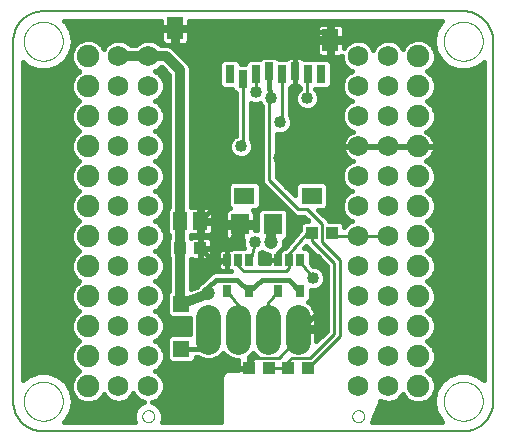
<source format=gtl>
G75*
%MOIN*%
%OFA0B0*%
%FSLAX25Y25*%
%IPPOS*%
%LPD*%
%AMOC8*
5,1,8,0,0,1.08239X$1,22.5*
%
%ADD10C,0.00800*%
%ADD11R,0.04331X0.03937*%
%ADD12R,0.05512X0.05512*%
%ADD13R,0.03150X0.05906*%
%ADD14R,0.05512X0.07480*%
%ADD15R,0.07087X0.05512*%
%ADD16R,0.05118X0.05906*%
%ADD17R,0.02717X0.03898*%
%ADD18R,0.03937X0.04331*%
%ADD19R,0.06299X0.07087*%
%ADD20C,0.08268*%
%ADD21C,0.07500*%
%ADD22C,0.00000*%
%ADD23C,0.06900*%
%ADD24C,0.01600*%
%ADD25C,0.04000*%
%ADD26C,0.01000*%
%ADD27C,0.04700*%
%ADD28C,0.03200*%
D10*
X0010000Y0000000D02*
X0150000Y0000000D01*
X0150242Y0000003D01*
X0150483Y0000012D01*
X0150724Y0000026D01*
X0150965Y0000047D01*
X0151205Y0000073D01*
X0151445Y0000105D01*
X0151684Y0000143D01*
X0151921Y0000186D01*
X0152158Y0000236D01*
X0152393Y0000291D01*
X0152627Y0000351D01*
X0152859Y0000418D01*
X0153090Y0000489D01*
X0153319Y0000567D01*
X0153546Y0000650D01*
X0153771Y0000738D01*
X0153994Y0000832D01*
X0154214Y0000931D01*
X0154432Y0001036D01*
X0154647Y0001145D01*
X0154860Y0001260D01*
X0155070Y0001380D01*
X0155276Y0001505D01*
X0155480Y0001635D01*
X0155681Y0001770D01*
X0155878Y0001910D01*
X0156072Y0002054D01*
X0156262Y0002203D01*
X0156448Y0002357D01*
X0156631Y0002515D01*
X0156810Y0002677D01*
X0156985Y0002844D01*
X0157156Y0003015D01*
X0157323Y0003190D01*
X0157485Y0003369D01*
X0157643Y0003552D01*
X0157797Y0003738D01*
X0157946Y0003928D01*
X0158090Y0004122D01*
X0158230Y0004319D01*
X0158365Y0004520D01*
X0158495Y0004724D01*
X0158620Y0004930D01*
X0158740Y0005140D01*
X0158855Y0005353D01*
X0158964Y0005568D01*
X0159069Y0005786D01*
X0159168Y0006006D01*
X0159262Y0006229D01*
X0159350Y0006454D01*
X0159433Y0006681D01*
X0159511Y0006910D01*
X0159582Y0007141D01*
X0159649Y0007373D01*
X0159709Y0007607D01*
X0159764Y0007842D01*
X0159814Y0008079D01*
X0159857Y0008316D01*
X0159895Y0008555D01*
X0159927Y0008795D01*
X0159953Y0009035D01*
X0159974Y0009276D01*
X0159988Y0009517D01*
X0159997Y0009758D01*
X0160000Y0010000D01*
X0160000Y0130000D01*
X0159997Y0130242D01*
X0159988Y0130483D01*
X0159974Y0130724D01*
X0159953Y0130965D01*
X0159927Y0131205D01*
X0159895Y0131445D01*
X0159857Y0131684D01*
X0159814Y0131921D01*
X0159764Y0132158D01*
X0159709Y0132393D01*
X0159649Y0132627D01*
X0159582Y0132859D01*
X0159511Y0133090D01*
X0159433Y0133319D01*
X0159350Y0133546D01*
X0159262Y0133771D01*
X0159168Y0133994D01*
X0159069Y0134214D01*
X0158964Y0134432D01*
X0158855Y0134647D01*
X0158740Y0134860D01*
X0158620Y0135070D01*
X0158495Y0135276D01*
X0158365Y0135480D01*
X0158230Y0135681D01*
X0158090Y0135878D01*
X0157946Y0136072D01*
X0157797Y0136262D01*
X0157643Y0136448D01*
X0157485Y0136631D01*
X0157323Y0136810D01*
X0157156Y0136985D01*
X0156985Y0137156D01*
X0156810Y0137323D01*
X0156631Y0137485D01*
X0156448Y0137643D01*
X0156262Y0137797D01*
X0156072Y0137946D01*
X0155878Y0138090D01*
X0155681Y0138230D01*
X0155480Y0138365D01*
X0155276Y0138495D01*
X0155070Y0138620D01*
X0154860Y0138740D01*
X0154647Y0138855D01*
X0154432Y0138964D01*
X0154214Y0139069D01*
X0153994Y0139168D01*
X0153771Y0139262D01*
X0153546Y0139350D01*
X0153319Y0139433D01*
X0153090Y0139511D01*
X0152859Y0139582D01*
X0152627Y0139649D01*
X0152393Y0139709D01*
X0152158Y0139764D01*
X0151921Y0139814D01*
X0151684Y0139857D01*
X0151445Y0139895D01*
X0151205Y0139927D01*
X0150965Y0139953D01*
X0150724Y0139974D01*
X0150483Y0139988D01*
X0150242Y0139997D01*
X0150000Y0140000D01*
X0010000Y0140000D01*
X0009758Y0139997D01*
X0009517Y0139988D01*
X0009276Y0139974D01*
X0009035Y0139953D01*
X0008795Y0139927D01*
X0008555Y0139895D01*
X0008316Y0139857D01*
X0008079Y0139814D01*
X0007842Y0139764D01*
X0007607Y0139709D01*
X0007373Y0139649D01*
X0007141Y0139582D01*
X0006910Y0139511D01*
X0006681Y0139433D01*
X0006454Y0139350D01*
X0006229Y0139262D01*
X0006006Y0139168D01*
X0005786Y0139069D01*
X0005568Y0138964D01*
X0005353Y0138855D01*
X0005140Y0138740D01*
X0004930Y0138620D01*
X0004724Y0138495D01*
X0004520Y0138365D01*
X0004319Y0138230D01*
X0004122Y0138090D01*
X0003928Y0137946D01*
X0003738Y0137797D01*
X0003552Y0137643D01*
X0003369Y0137485D01*
X0003190Y0137323D01*
X0003015Y0137156D01*
X0002844Y0136985D01*
X0002677Y0136810D01*
X0002515Y0136631D01*
X0002357Y0136448D01*
X0002203Y0136262D01*
X0002054Y0136072D01*
X0001910Y0135878D01*
X0001770Y0135681D01*
X0001635Y0135480D01*
X0001505Y0135276D01*
X0001380Y0135070D01*
X0001260Y0134860D01*
X0001145Y0134647D01*
X0001036Y0134432D01*
X0000931Y0134214D01*
X0000832Y0133994D01*
X0000738Y0133771D01*
X0000650Y0133546D01*
X0000567Y0133319D01*
X0000489Y0133090D01*
X0000418Y0132859D01*
X0000351Y0132627D01*
X0000291Y0132393D01*
X0000236Y0132158D01*
X0000186Y0131921D01*
X0000143Y0131684D01*
X0000105Y0131445D01*
X0000073Y0131205D01*
X0000047Y0130965D01*
X0000026Y0130724D01*
X0000012Y0130483D01*
X0000003Y0130242D01*
X0000000Y0130000D01*
X0000000Y0010000D01*
X0000003Y0009758D01*
X0000012Y0009517D01*
X0000026Y0009276D01*
X0000047Y0009035D01*
X0000073Y0008795D01*
X0000105Y0008555D01*
X0000143Y0008316D01*
X0000186Y0008079D01*
X0000236Y0007842D01*
X0000291Y0007607D01*
X0000351Y0007373D01*
X0000418Y0007141D01*
X0000489Y0006910D01*
X0000567Y0006681D01*
X0000650Y0006454D01*
X0000738Y0006229D01*
X0000832Y0006006D01*
X0000931Y0005786D01*
X0001036Y0005568D01*
X0001145Y0005353D01*
X0001260Y0005140D01*
X0001380Y0004930D01*
X0001505Y0004724D01*
X0001635Y0004520D01*
X0001770Y0004319D01*
X0001910Y0004122D01*
X0002054Y0003928D01*
X0002203Y0003738D01*
X0002357Y0003552D01*
X0002515Y0003369D01*
X0002677Y0003190D01*
X0002844Y0003015D01*
X0003015Y0002844D01*
X0003190Y0002677D01*
X0003369Y0002515D01*
X0003552Y0002357D01*
X0003738Y0002203D01*
X0003928Y0002054D01*
X0004122Y0001910D01*
X0004319Y0001770D01*
X0004520Y0001635D01*
X0004724Y0001505D01*
X0004930Y0001380D01*
X0005140Y0001260D01*
X0005353Y0001145D01*
X0005568Y0001036D01*
X0005786Y0000931D01*
X0006006Y0000832D01*
X0006229Y0000738D01*
X0006454Y0000650D01*
X0006681Y0000567D01*
X0006910Y0000489D01*
X0007141Y0000418D01*
X0007373Y0000351D01*
X0007607Y0000291D01*
X0007842Y0000236D01*
X0008079Y0000186D01*
X0008316Y0000143D01*
X0008555Y0000105D01*
X0008795Y0000073D01*
X0009035Y0000047D01*
X0009276Y0000026D01*
X0009517Y0000012D01*
X0009758Y0000003D01*
X0010000Y0000000D01*
D11*
X0055654Y0061000D03*
X0062346Y0061000D03*
D12*
X0056000Y0042480D03*
X0056000Y0027520D03*
D13*
X0076634Y0117551D03*
X0072303Y0119126D03*
X0080965Y0119126D03*
X0085295Y0119913D03*
X0089626Y0119126D03*
X0093957Y0119913D03*
X0098287Y0119126D03*
X0102618Y0119126D03*
D14*
X0105728Y0130346D03*
X0053957Y0134283D03*
D15*
X0076988Y0078575D03*
X0099429Y0078575D03*
D16*
X0062346Y0070000D03*
X0055654Y0070000D03*
D17*
X0071260Y0057079D03*
X0075000Y0057079D03*
X0078740Y0057079D03*
X0088260Y0057079D03*
X0092000Y0057079D03*
X0095740Y0057079D03*
X0095740Y0046882D03*
X0088260Y0046882D03*
X0078740Y0046882D03*
X0071260Y0046882D03*
D18*
X0099654Y0066000D03*
X0106346Y0066000D03*
X0098346Y0021000D03*
X0091654Y0021000D03*
X0085346Y0021000D03*
X0078654Y0021000D03*
D19*
X0075488Y0069000D03*
X0086512Y0069000D03*
D20*
X0085000Y0038134D02*
X0085000Y0029866D01*
X0075000Y0029866D02*
X0075000Y0038134D01*
X0065000Y0038134D02*
X0065000Y0029866D01*
X0095000Y0029866D02*
X0095000Y0038134D01*
D21*
X0135000Y0035000D03*
X0135000Y0025000D03*
X0135000Y0015000D03*
X0135000Y0045000D03*
X0135000Y0055000D03*
X0135000Y0065000D03*
X0135000Y0075000D03*
X0135000Y0085000D03*
X0135000Y0095000D03*
X0135000Y0105000D03*
X0135000Y0115000D03*
X0135000Y0125000D03*
X0025000Y0125000D03*
X0025000Y0115000D03*
X0025000Y0105000D03*
X0025000Y0095000D03*
X0025000Y0085000D03*
X0025000Y0075000D03*
X0025000Y0065000D03*
X0025000Y0055000D03*
X0025000Y0045000D03*
X0025000Y0035000D03*
X0025000Y0025000D03*
X0025000Y0015000D03*
D22*
X0003500Y0010000D02*
X0003502Y0010161D01*
X0003508Y0010321D01*
X0003518Y0010482D01*
X0003532Y0010642D01*
X0003550Y0010802D01*
X0003571Y0010961D01*
X0003597Y0011120D01*
X0003627Y0011278D01*
X0003660Y0011435D01*
X0003698Y0011592D01*
X0003739Y0011747D01*
X0003784Y0011901D01*
X0003833Y0012054D01*
X0003886Y0012206D01*
X0003942Y0012357D01*
X0004003Y0012506D01*
X0004066Y0012654D01*
X0004134Y0012800D01*
X0004205Y0012944D01*
X0004279Y0013086D01*
X0004357Y0013227D01*
X0004439Y0013365D01*
X0004524Y0013502D01*
X0004612Y0013636D01*
X0004704Y0013768D01*
X0004799Y0013898D01*
X0004897Y0014026D01*
X0004998Y0014151D01*
X0005102Y0014273D01*
X0005209Y0014393D01*
X0005319Y0014510D01*
X0005432Y0014625D01*
X0005548Y0014736D01*
X0005667Y0014845D01*
X0005788Y0014950D01*
X0005912Y0015053D01*
X0006038Y0015153D01*
X0006166Y0015249D01*
X0006297Y0015342D01*
X0006431Y0015432D01*
X0006566Y0015519D01*
X0006704Y0015602D01*
X0006843Y0015682D01*
X0006985Y0015758D01*
X0007128Y0015831D01*
X0007273Y0015900D01*
X0007420Y0015966D01*
X0007568Y0016028D01*
X0007718Y0016086D01*
X0007869Y0016141D01*
X0008022Y0016192D01*
X0008176Y0016239D01*
X0008331Y0016282D01*
X0008487Y0016321D01*
X0008643Y0016357D01*
X0008801Y0016388D01*
X0008959Y0016416D01*
X0009118Y0016440D01*
X0009278Y0016460D01*
X0009438Y0016476D01*
X0009598Y0016488D01*
X0009759Y0016496D01*
X0009920Y0016500D01*
X0010080Y0016500D01*
X0010241Y0016496D01*
X0010402Y0016488D01*
X0010562Y0016476D01*
X0010722Y0016460D01*
X0010882Y0016440D01*
X0011041Y0016416D01*
X0011199Y0016388D01*
X0011357Y0016357D01*
X0011513Y0016321D01*
X0011669Y0016282D01*
X0011824Y0016239D01*
X0011978Y0016192D01*
X0012131Y0016141D01*
X0012282Y0016086D01*
X0012432Y0016028D01*
X0012580Y0015966D01*
X0012727Y0015900D01*
X0012872Y0015831D01*
X0013015Y0015758D01*
X0013157Y0015682D01*
X0013296Y0015602D01*
X0013434Y0015519D01*
X0013569Y0015432D01*
X0013703Y0015342D01*
X0013834Y0015249D01*
X0013962Y0015153D01*
X0014088Y0015053D01*
X0014212Y0014950D01*
X0014333Y0014845D01*
X0014452Y0014736D01*
X0014568Y0014625D01*
X0014681Y0014510D01*
X0014791Y0014393D01*
X0014898Y0014273D01*
X0015002Y0014151D01*
X0015103Y0014026D01*
X0015201Y0013898D01*
X0015296Y0013768D01*
X0015388Y0013636D01*
X0015476Y0013502D01*
X0015561Y0013365D01*
X0015643Y0013227D01*
X0015721Y0013086D01*
X0015795Y0012944D01*
X0015866Y0012800D01*
X0015934Y0012654D01*
X0015997Y0012506D01*
X0016058Y0012357D01*
X0016114Y0012206D01*
X0016167Y0012054D01*
X0016216Y0011901D01*
X0016261Y0011747D01*
X0016302Y0011592D01*
X0016340Y0011435D01*
X0016373Y0011278D01*
X0016403Y0011120D01*
X0016429Y0010961D01*
X0016450Y0010802D01*
X0016468Y0010642D01*
X0016482Y0010482D01*
X0016492Y0010321D01*
X0016498Y0010161D01*
X0016500Y0010000D01*
X0016498Y0009839D01*
X0016492Y0009679D01*
X0016482Y0009518D01*
X0016468Y0009358D01*
X0016450Y0009198D01*
X0016429Y0009039D01*
X0016403Y0008880D01*
X0016373Y0008722D01*
X0016340Y0008565D01*
X0016302Y0008408D01*
X0016261Y0008253D01*
X0016216Y0008099D01*
X0016167Y0007946D01*
X0016114Y0007794D01*
X0016058Y0007643D01*
X0015997Y0007494D01*
X0015934Y0007346D01*
X0015866Y0007200D01*
X0015795Y0007056D01*
X0015721Y0006914D01*
X0015643Y0006773D01*
X0015561Y0006635D01*
X0015476Y0006498D01*
X0015388Y0006364D01*
X0015296Y0006232D01*
X0015201Y0006102D01*
X0015103Y0005974D01*
X0015002Y0005849D01*
X0014898Y0005727D01*
X0014791Y0005607D01*
X0014681Y0005490D01*
X0014568Y0005375D01*
X0014452Y0005264D01*
X0014333Y0005155D01*
X0014212Y0005050D01*
X0014088Y0004947D01*
X0013962Y0004847D01*
X0013834Y0004751D01*
X0013703Y0004658D01*
X0013569Y0004568D01*
X0013434Y0004481D01*
X0013296Y0004398D01*
X0013157Y0004318D01*
X0013015Y0004242D01*
X0012872Y0004169D01*
X0012727Y0004100D01*
X0012580Y0004034D01*
X0012432Y0003972D01*
X0012282Y0003914D01*
X0012131Y0003859D01*
X0011978Y0003808D01*
X0011824Y0003761D01*
X0011669Y0003718D01*
X0011513Y0003679D01*
X0011357Y0003643D01*
X0011199Y0003612D01*
X0011041Y0003584D01*
X0010882Y0003560D01*
X0010722Y0003540D01*
X0010562Y0003524D01*
X0010402Y0003512D01*
X0010241Y0003504D01*
X0010080Y0003500D01*
X0009920Y0003500D01*
X0009759Y0003504D01*
X0009598Y0003512D01*
X0009438Y0003524D01*
X0009278Y0003540D01*
X0009118Y0003560D01*
X0008959Y0003584D01*
X0008801Y0003612D01*
X0008643Y0003643D01*
X0008487Y0003679D01*
X0008331Y0003718D01*
X0008176Y0003761D01*
X0008022Y0003808D01*
X0007869Y0003859D01*
X0007718Y0003914D01*
X0007568Y0003972D01*
X0007420Y0004034D01*
X0007273Y0004100D01*
X0007128Y0004169D01*
X0006985Y0004242D01*
X0006843Y0004318D01*
X0006704Y0004398D01*
X0006566Y0004481D01*
X0006431Y0004568D01*
X0006297Y0004658D01*
X0006166Y0004751D01*
X0006038Y0004847D01*
X0005912Y0004947D01*
X0005788Y0005050D01*
X0005667Y0005155D01*
X0005548Y0005264D01*
X0005432Y0005375D01*
X0005319Y0005490D01*
X0005209Y0005607D01*
X0005102Y0005727D01*
X0004998Y0005849D01*
X0004897Y0005974D01*
X0004799Y0006102D01*
X0004704Y0006232D01*
X0004612Y0006364D01*
X0004524Y0006498D01*
X0004439Y0006635D01*
X0004357Y0006773D01*
X0004279Y0006914D01*
X0004205Y0007056D01*
X0004134Y0007200D01*
X0004066Y0007346D01*
X0004003Y0007494D01*
X0003942Y0007643D01*
X0003886Y0007794D01*
X0003833Y0007946D01*
X0003784Y0008099D01*
X0003739Y0008253D01*
X0003698Y0008408D01*
X0003660Y0008565D01*
X0003627Y0008722D01*
X0003597Y0008880D01*
X0003571Y0009039D01*
X0003550Y0009198D01*
X0003532Y0009358D01*
X0003518Y0009518D01*
X0003508Y0009679D01*
X0003502Y0009839D01*
X0003500Y0010000D01*
X0043000Y0005000D02*
X0043002Y0005089D01*
X0043008Y0005178D01*
X0043018Y0005267D01*
X0043032Y0005355D01*
X0043049Y0005442D01*
X0043071Y0005528D01*
X0043097Y0005614D01*
X0043126Y0005698D01*
X0043159Y0005781D01*
X0043195Y0005862D01*
X0043236Y0005942D01*
X0043279Y0006019D01*
X0043326Y0006095D01*
X0043377Y0006168D01*
X0043430Y0006239D01*
X0043487Y0006308D01*
X0043547Y0006374D01*
X0043610Y0006438D01*
X0043675Y0006498D01*
X0043743Y0006556D01*
X0043814Y0006610D01*
X0043887Y0006661D01*
X0043962Y0006709D01*
X0044039Y0006754D01*
X0044118Y0006795D01*
X0044199Y0006832D01*
X0044281Y0006866D01*
X0044365Y0006897D01*
X0044450Y0006923D01*
X0044536Y0006946D01*
X0044623Y0006964D01*
X0044711Y0006979D01*
X0044800Y0006990D01*
X0044889Y0006997D01*
X0044978Y0007000D01*
X0045067Y0006999D01*
X0045156Y0006994D01*
X0045244Y0006985D01*
X0045333Y0006972D01*
X0045420Y0006955D01*
X0045507Y0006935D01*
X0045593Y0006910D01*
X0045677Y0006882D01*
X0045760Y0006850D01*
X0045842Y0006814D01*
X0045922Y0006775D01*
X0046000Y0006732D01*
X0046076Y0006686D01*
X0046150Y0006636D01*
X0046222Y0006583D01*
X0046291Y0006527D01*
X0046358Y0006468D01*
X0046422Y0006406D01*
X0046483Y0006342D01*
X0046542Y0006274D01*
X0046597Y0006204D01*
X0046649Y0006132D01*
X0046698Y0006057D01*
X0046743Y0005981D01*
X0046785Y0005902D01*
X0046823Y0005822D01*
X0046858Y0005740D01*
X0046889Y0005656D01*
X0046917Y0005571D01*
X0046940Y0005485D01*
X0046960Y0005398D01*
X0046976Y0005311D01*
X0046988Y0005222D01*
X0046996Y0005134D01*
X0047000Y0005045D01*
X0047000Y0004955D01*
X0046996Y0004866D01*
X0046988Y0004778D01*
X0046976Y0004689D01*
X0046960Y0004602D01*
X0046940Y0004515D01*
X0046917Y0004429D01*
X0046889Y0004344D01*
X0046858Y0004260D01*
X0046823Y0004178D01*
X0046785Y0004098D01*
X0046743Y0004019D01*
X0046698Y0003943D01*
X0046649Y0003868D01*
X0046597Y0003796D01*
X0046542Y0003726D01*
X0046483Y0003658D01*
X0046422Y0003594D01*
X0046358Y0003532D01*
X0046291Y0003473D01*
X0046222Y0003417D01*
X0046150Y0003364D01*
X0046076Y0003314D01*
X0046000Y0003268D01*
X0045922Y0003225D01*
X0045842Y0003186D01*
X0045760Y0003150D01*
X0045677Y0003118D01*
X0045593Y0003090D01*
X0045507Y0003065D01*
X0045420Y0003045D01*
X0045333Y0003028D01*
X0045244Y0003015D01*
X0045156Y0003006D01*
X0045067Y0003001D01*
X0044978Y0003000D01*
X0044889Y0003003D01*
X0044800Y0003010D01*
X0044711Y0003021D01*
X0044623Y0003036D01*
X0044536Y0003054D01*
X0044450Y0003077D01*
X0044365Y0003103D01*
X0044281Y0003134D01*
X0044199Y0003168D01*
X0044118Y0003205D01*
X0044039Y0003246D01*
X0043962Y0003291D01*
X0043887Y0003339D01*
X0043814Y0003390D01*
X0043743Y0003444D01*
X0043675Y0003502D01*
X0043610Y0003562D01*
X0043547Y0003626D01*
X0043487Y0003692D01*
X0043430Y0003761D01*
X0043377Y0003832D01*
X0043326Y0003905D01*
X0043279Y0003981D01*
X0043236Y0004058D01*
X0043195Y0004138D01*
X0043159Y0004219D01*
X0043126Y0004302D01*
X0043097Y0004386D01*
X0043071Y0004472D01*
X0043049Y0004558D01*
X0043032Y0004645D01*
X0043018Y0004733D01*
X0043008Y0004822D01*
X0043002Y0004911D01*
X0043000Y0005000D01*
X0113000Y0005000D02*
X0113002Y0005089D01*
X0113008Y0005178D01*
X0113018Y0005267D01*
X0113032Y0005355D01*
X0113049Y0005442D01*
X0113071Y0005528D01*
X0113097Y0005614D01*
X0113126Y0005698D01*
X0113159Y0005781D01*
X0113195Y0005862D01*
X0113236Y0005942D01*
X0113279Y0006019D01*
X0113326Y0006095D01*
X0113377Y0006168D01*
X0113430Y0006239D01*
X0113487Y0006308D01*
X0113547Y0006374D01*
X0113610Y0006438D01*
X0113675Y0006498D01*
X0113743Y0006556D01*
X0113814Y0006610D01*
X0113887Y0006661D01*
X0113962Y0006709D01*
X0114039Y0006754D01*
X0114118Y0006795D01*
X0114199Y0006832D01*
X0114281Y0006866D01*
X0114365Y0006897D01*
X0114450Y0006923D01*
X0114536Y0006946D01*
X0114623Y0006964D01*
X0114711Y0006979D01*
X0114800Y0006990D01*
X0114889Y0006997D01*
X0114978Y0007000D01*
X0115067Y0006999D01*
X0115156Y0006994D01*
X0115244Y0006985D01*
X0115333Y0006972D01*
X0115420Y0006955D01*
X0115507Y0006935D01*
X0115593Y0006910D01*
X0115677Y0006882D01*
X0115760Y0006850D01*
X0115842Y0006814D01*
X0115922Y0006775D01*
X0116000Y0006732D01*
X0116076Y0006686D01*
X0116150Y0006636D01*
X0116222Y0006583D01*
X0116291Y0006527D01*
X0116358Y0006468D01*
X0116422Y0006406D01*
X0116483Y0006342D01*
X0116542Y0006274D01*
X0116597Y0006204D01*
X0116649Y0006132D01*
X0116698Y0006057D01*
X0116743Y0005981D01*
X0116785Y0005902D01*
X0116823Y0005822D01*
X0116858Y0005740D01*
X0116889Y0005656D01*
X0116917Y0005571D01*
X0116940Y0005485D01*
X0116960Y0005398D01*
X0116976Y0005311D01*
X0116988Y0005222D01*
X0116996Y0005134D01*
X0117000Y0005045D01*
X0117000Y0004955D01*
X0116996Y0004866D01*
X0116988Y0004778D01*
X0116976Y0004689D01*
X0116960Y0004602D01*
X0116940Y0004515D01*
X0116917Y0004429D01*
X0116889Y0004344D01*
X0116858Y0004260D01*
X0116823Y0004178D01*
X0116785Y0004098D01*
X0116743Y0004019D01*
X0116698Y0003943D01*
X0116649Y0003868D01*
X0116597Y0003796D01*
X0116542Y0003726D01*
X0116483Y0003658D01*
X0116422Y0003594D01*
X0116358Y0003532D01*
X0116291Y0003473D01*
X0116222Y0003417D01*
X0116150Y0003364D01*
X0116076Y0003314D01*
X0116000Y0003268D01*
X0115922Y0003225D01*
X0115842Y0003186D01*
X0115760Y0003150D01*
X0115677Y0003118D01*
X0115593Y0003090D01*
X0115507Y0003065D01*
X0115420Y0003045D01*
X0115333Y0003028D01*
X0115244Y0003015D01*
X0115156Y0003006D01*
X0115067Y0003001D01*
X0114978Y0003000D01*
X0114889Y0003003D01*
X0114800Y0003010D01*
X0114711Y0003021D01*
X0114623Y0003036D01*
X0114536Y0003054D01*
X0114450Y0003077D01*
X0114365Y0003103D01*
X0114281Y0003134D01*
X0114199Y0003168D01*
X0114118Y0003205D01*
X0114039Y0003246D01*
X0113962Y0003291D01*
X0113887Y0003339D01*
X0113814Y0003390D01*
X0113743Y0003444D01*
X0113675Y0003502D01*
X0113610Y0003562D01*
X0113547Y0003626D01*
X0113487Y0003692D01*
X0113430Y0003761D01*
X0113377Y0003832D01*
X0113326Y0003905D01*
X0113279Y0003981D01*
X0113236Y0004058D01*
X0113195Y0004138D01*
X0113159Y0004219D01*
X0113126Y0004302D01*
X0113097Y0004386D01*
X0113071Y0004472D01*
X0113049Y0004558D01*
X0113032Y0004645D01*
X0113018Y0004733D01*
X0113008Y0004822D01*
X0113002Y0004911D01*
X0113000Y0005000D01*
X0143500Y0010000D02*
X0143502Y0010161D01*
X0143508Y0010321D01*
X0143518Y0010482D01*
X0143532Y0010642D01*
X0143550Y0010802D01*
X0143571Y0010961D01*
X0143597Y0011120D01*
X0143627Y0011278D01*
X0143660Y0011435D01*
X0143698Y0011592D01*
X0143739Y0011747D01*
X0143784Y0011901D01*
X0143833Y0012054D01*
X0143886Y0012206D01*
X0143942Y0012357D01*
X0144003Y0012506D01*
X0144066Y0012654D01*
X0144134Y0012800D01*
X0144205Y0012944D01*
X0144279Y0013086D01*
X0144357Y0013227D01*
X0144439Y0013365D01*
X0144524Y0013502D01*
X0144612Y0013636D01*
X0144704Y0013768D01*
X0144799Y0013898D01*
X0144897Y0014026D01*
X0144998Y0014151D01*
X0145102Y0014273D01*
X0145209Y0014393D01*
X0145319Y0014510D01*
X0145432Y0014625D01*
X0145548Y0014736D01*
X0145667Y0014845D01*
X0145788Y0014950D01*
X0145912Y0015053D01*
X0146038Y0015153D01*
X0146166Y0015249D01*
X0146297Y0015342D01*
X0146431Y0015432D01*
X0146566Y0015519D01*
X0146704Y0015602D01*
X0146843Y0015682D01*
X0146985Y0015758D01*
X0147128Y0015831D01*
X0147273Y0015900D01*
X0147420Y0015966D01*
X0147568Y0016028D01*
X0147718Y0016086D01*
X0147869Y0016141D01*
X0148022Y0016192D01*
X0148176Y0016239D01*
X0148331Y0016282D01*
X0148487Y0016321D01*
X0148643Y0016357D01*
X0148801Y0016388D01*
X0148959Y0016416D01*
X0149118Y0016440D01*
X0149278Y0016460D01*
X0149438Y0016476D01*
X0149598Y0016488D01*
X0149759Y0016496D01*
X0149920Y0016500D01*
X0150080Y0016500D01*
X0150241Y0016496D01*
X0150402Y0016488D01*
X0150562Y0016476D01*
X0150722Y0016460D01*
X0150882Y0016440D01*
X0151041Y0016416D01*
X0151199Y0016388D01*
X0151357Y0016357D01*
X0151513Y0016321D01*
X0151669Y0016282D01*
X0151824Y0016239D01*
X0151978Y0016192D01*
X0152131Y0016141D01*
X0152282Y0016086D01*
X0152432Y0016028D01*
X0152580Y0015966D01*
X0152727Y0015900D01*
X0152872Y0015831D01*
X0153015Y0015758D01*
X0153157Y0015682D01*
X0153296Y0015602D01*
X0153434Y0015519D01*
X0153569Y0015432D01*
X0153703Y0015342D01*
X0153834Y0015249D01*
X0153962Y0015153D01*
X0154088Y0015053D01*
X0154212Y0014950D01*
X0154333Y0014845D01*
X0154452Y0014736D01*
X0154568Y0014625D01*
X0154681Y0014510D01*
X0154791Y0014393D01*
X0154898Y0014273D01*
X0155002Y0014151D01*
X0155103Y0014026D01*
X0155201Y0013898D01*
X0155296Y0013768D01*
X0155388Y0013636D01*
X0155476Y0013502D01*
X0155561Y0013365D01*
X0155643Y0013227D01*
X0155721Y0013086D01*
X0155795Y0012944D01*
X0155866Y0012800D01*
X0155934Y0012654D01*
X0155997Y0012506D01*
X0156058Y0012357D01*
X0156114Y0012206D01*
X0156167Y0012054D01*
X0156216Y0011901D01*
X0156261Y0011747D01*
X0156302Y0011592D01*
X0156340Y0011435D01*
X0156373Y0011278D01*
X0156403Y0011120D01*
X0156429Y0010961D01*
X0156450Y0010802D01*
X0156468Y0010642D01*
X0156482Y0010482D01*
X0156492Y0010321D01*
X0156498Y0010161D01*
X0156500Y0010000D01*
X0156498Y0009839D01*
X0156492Y0009679D01*
X0156482Y0009518D01*
X0156468Y0009358D01*
X0156450Y0009198D01*
X0156429Y0009039D01*
X0156403Y0008880D01*
X0156373Y0008722D01*
X0156340Y0008565D01*
X0156302Y0008408D01*
X0156261Y0008253D01*
X0156216Y0008099D01*
X0156167Y0007946D01*
X0156114Y0007794D01*
X0156058Y0007643D01*
X0155997Y0007494D01*
X0155934Y0007346D01*
X0155866Y0007200D01*
X0155795Y0007056D01*
X0155721Y0006914D01*
X0155643Y0006773D01*
X0155561Y0006635D01*
X0155476Y0006498D01*
X0155388Y0006364D01*
X0155296Y0006232D01*
X0155201Y0006102D01*
X0155103Y0005974D01*
X0155002Y0005849D01*
X0154898Y0005727D01*
X0154791Y0005607D01*
X0154681Y0005490D01*
X0154568Y0005375D01*
X0154452Y0005264D01*
X0154333Y0005155D01*
X0154212Y0005050D01*
X0154088Y0004947D01*
X0153962Y0004847D01*
X0153834Y0004751D01*
X0153703Y0004658D01*
X0153569Y0004568D01*
X0153434Y0004481D01*
X0153296Y0004398D01*
X0153157Y0004318D01*
X0153015Y0004242D01*
X0152872Y0004169D01*
X0152727Y0004100D01*
X0152580Y0004034D01*
X0152432Y0003972D01*
X0152282Y0003914D01*
X0152131Y0003859D01*
X0151978Y0003808D01*
X0151824Y0003761D01*
X0151669Y0003718D01*
X0151513Y0003679D01*
X0151357Y0003643D01*
X0151199Y0003612D01*
X0151041Y0003584D01*
X0150882Y0003560D01*
X0150722Y0003540D01*
X0150562Y0003524D01*
X0150402Y0003512D01*
X0150241Y0003504D01*
X0150080Y0003500D01*
X0149920Y0003500D01*
X0149759Y0003504D01*
X0149598Y0003512D01*
X0149438Y0003524D01*
X0149278Y0003540D01*
X0149118Y0003560D01*
X0148959Y0003584D01*
X0148801Y0003612D01*
X0148643Y0003643D01*
X0148487Y0003679D01*
X0148331Y0003718D01*
X0148176Y0003761D01*
X0148022Y0003808D01*
X0147869Y0003859D01*
X0147718Y0003914D01*
X0147568Y0003972D01*
X0147420Y0004034D01*
X0147273Y0004100D01*
X0147128Y0004169D01*
X0146985Y0004242D01*
X0146843Y0004318D01*
X0146704Y0004398D01*
X0146566Y0004481D01*
X0146431Y0004568D01*
X0146297Y0004658D01*
X0146166Y0004751D01*
X0146038Y0004847D01*
X0145912Y0004947D01*
X0145788Y0005050D01*
X0145667Y0005155D01*
X0145548Y0005264D01*
X0145432Y0005375D01*
X0145319Y0005490D01*
X0145209Y0005607D01*
X0145102Y0005727D01*
X0144998Y0005849D01*
X0144897Y0005974D01*
X0144799Y0006102D01*
X0144704Y0006232D01*
X0144612Y0006364D01*
X0144524Y0006498D01*
X0144439Y0006635D01*
X0144357Y0006773D01*
X0144279Y0006914D01*
X0144205Y0007056D01*
X0144134Y0007200D01*
X0144066Y0007346D01*
X0144003Y0007494D01*
X0143942Y0007643D01*
X0143886Y0007794D01*
X0143833Y0007946D01*
X0143784Y0008099D01*
X0143739Y0008253D01*
X0143698Y0008408D01*
X0143660Y0008565D01*
X0143627Y0008722D01*
X0143597Y0008880D01*
X0143571Y0009039D01*
X0143550Y0009198D01*
X0143532Y0009358D01*
X0143518Y0009518D01*
X0143508Y0009679D01*
X0143502Y0009839D01*
X0143500Y0010000D01*
X0143500Y0130000D02*
X0143502Y0130161D01*
X0143508Y0130321D01*
X0143518Y0130482D01*
X0143532Y0130642D01*
X0143550Y0130802D01*
X0143571Y0130961D01*
X0143597Y0131120D01*
X0143627Y0131278D01*
X0143660Y0131435D01*
X0143698Y0131592D01*
X0143739Y0131747D01*
X0143784Y0131901D01*
X0143833Y0132054D01*
X0143886Y0132206D01*
X0143942Y0132357D01*
X0144003Y0132506D01*
X0144066Y0132654D01*
X0144134Y0132800D01*
X0144205Y0132944D01*
X0144279Y0133086D01*
X0144357Y0133227D01*
X0144439Y0133365D01*
X0144524Y0133502D01*
X0144612Y0133636D01*
X0144704Y0133768D01*
X0144799Y0133898D01*
X0144897Y0134026D01*
X0144998Y0134151D01*
X0145102Y0134273D01*
X0145209Y0134393D01*
X0145319Y0134510D01*
X0145432Y0134625D01*
X0145548Y0134736D01*
X0145667Y0134845D01*
X0145788Y0134950D01*
X0145912Y0135053D01*
X0146038Y0135153D01*
X0146166Y0135249D01*
X0146297Y0135342D01*
X0146431Y0135432D01*
X0146566Y0135519D01*
X0146704Y0135602D01*
X0146843Y0135682D01*
X0146985Y0135758D01*
X0147128Y0135831D01*
X0147273Y0135900D01*
X0147420Y0135966D01*
X0147568Y0136028D01*
X0147718Y0136086D01*
X0147869Y0136141D01*
X0148022Y0136192D01*
X0148176Y0136239D01*
X0148331Y0136282D01*
X0148487Y0136321D01*
X0148643Y0136357D01*
X0148801Y0136388D01*
X0148959Y0136416D01*
X0149118Y0136440D01*
X0149278Y0136460D01*
X0149438Y0136476D01*
X0149598Y0136488D01*
X0149759Y0136496D01*
X0149920Y0136500D01*
X0150080Y0136500D01*
X0150241Y0136496D01*
X0150402Y0136488D01*
X0150562Y0136476D01*
X0150722Y0136460D01*
X0150882Y0136440D01*
X0151041Y0136416D01*
X0151199Y0136388D01*
X0151357Y0136357D01*
X0151513Y0136321D01*
X0151669Y0136282D01*
X0151824Y0136239D01*
X0151978Y0136192D01*
X0152131Y0136141D01*
X0152282Y0136086D01*
X0152432Y0136028D01*
X0152580Y0135966D01*
X0152727Y0135900D01*
X0152872Y0135831D01*
X0153015Y0135758D01*
X0153157Y0135682D01*
X0153296Y0135602D01*
X0153434Y0135519D01*
X0153569Y0135432D01*
X0153703Y0135342D01*
X0153834Y0135249D01*
X0153962Y0135153D01*
X0154088Y0135053D01*
X0154212Y0134950D01*
X0154333Y0134845D01*
X0154452Y0134736D01*
X0154568Y0134625D01*
X0154681Y0134510D01*
X0154791Y0134393D01*
X0154898Y0134273D01*
X0155002Y0134151D01*
X0155103Y0134026D01*
X0155201Y0133898D01*
X0155296Y0133768D01*
X0155388Y0133636D01*
X0155476Y0133502D01*
X0155561Y0133365D01*
X0155643Y0133227D01*
X0155721Y0133086D01*
X0155795Y0132944D01*
X0155866Y0132800D01*
X0155934Y0132654D01*
X0155997Y0132506D01*
X0156058Y0132357D01*
X0156114Y0132206D01*
X0156167Y0132054D01*
X0156216Y0131901D01*
X0156261Y0131747D01*
X0156302Y0131592D01*
X0156340Y0131435D01*
X0156373Y0131278D01*
X0156403Y0131120D01*
X0156429Y0130961D01*
X0156450Y0130802D01*
X0156468Y0130642D01*
X0156482Y0130482D01*
X0156492Y0130321D01*
X0156498Y0130161D01*
X0156500Y0130000D01*
X0156498Y0129839D01*
X0156492Y0129679D01*
X0156482Y0129518D01*
X0156468Y0129358D01*
X0156450Y0129198D01*
X0156429Y0129039D01*
X0156403Y0128880D01*
X0156373Y0128722D01*
X0156340Y0128565D01*
X0156302Y0128408D01*
X0156261Y0128253D01*
X0156216Y0128099D01*
X0156167Y0127946D01*
X0156114Y0127794D01*
X0156058Y0127643D01*
X0155997Y0127494D01*
X0155934Y0127346D01*
X0155866Y0127200D01*
X0155795Y0127056D01*
X0155721Y0126914D01*
X0155643Y0126773D01*
X0155561Y0126635D01*
X0155476Y0126498D01*
X0155388Y0126364D01*
X0155296Y0126232D01*
X0155201Y0126102D01*
X0155103Y0125974D01*
X0155002Y0125849D01*
X0154898Y0125727D01*
X0154791Y0125607D01*
X0154681Y0125490D01*
X0154568Y0125375D01*
X0154452Y0125264D01*
X0154333Y0125155D01*
X0154212Y0125050D01*
X0154088Y0124947D01*
X0153962Y0124847D01*
X0153834Y0124751D01*
X0153703Y0124658D01*
X0153569Y0124568D01*
X0153434Y0124481D01*
X0153296Y0124398D01*
X0153157Y0124318D01*
X0153015Y0124242D01*
X0152872Y0124169D01*
X0152727Y0124100D01*
X0152580Y0124034D01*
X0152432Y0123972D01*
X0152282Y0123914D01*
X0152131Y0123859D01*
X0151978Y0123808D01*
X0151824Y0123761D01*
X0151669Y0123718D01*
X0151513Y0123679D01*
X0151357Y0123643D01*
X0151199Y0123612D01*
X0151041Y0123584D01*
X0150882Y0123560D01*
X0150722Y0123540D01*
X0150562Y0123524D01*
X0150402Y0123512D01*
X0150241Y0123504D01*
X0150080Y0123500D01*
X0149920Y0123500D01*
X0149759Y0123504D01*
X0149598Y0123512D01*
X0149438Y0123524D01*
X0149278Y0123540D01*
X0149118Y0123560D01*
X0148959Y0123584D01*
X0148801Y0123612D01*
X0148643Y0123643D01*
X0148487Y0123679D01*
X0148331Y0123718D01*
X0148176Y0123761D01*
X0148022Y0123808D01*
X0147869Y0123859D01*
X0147718Y0123914D01*
X0147568Y0123972D01*
X0147420Y0124034D01*
X0147273Y0124100D01*
X0147128Y0124169D01*
X0146985Y0124242D01*
X0146843Y0124318D01*
X0146704Y0124398D01*
X0146566Y0124481D01*
X0146431Y0124568D01*
X0146297Y0124658D01*
X0146166Y0124751D01*
X0146038Y0124847D01*
X0145912Y0124947D01*
X0145788Y0125050D01*
X0145667Y0125155D01*
X0145548Y0125264D01*
X0145432Y0125375D01*
X0145319Y0125490D01*
X0145209Y0125607D01*
X0145102Y0125727D01*
X0144998Y0125849D01*
X0144897Y0125974D01*
X0144799Y0126102D01*
X0144704Y0126232D01*
X0144612Y0126364D01*
X0144524Y0126498D01*
X0144439Y0126635D01*
X0144357Y0126773D01*
X0144279Y0126914D01*
X0144205Y0127056D01*
X0144134Y0127200D01*
X0144066Y0127346D01*
X0144003Y0127494D01*
X0143942Y0127643D01*
X0143886Y0127794D01*
X0143833Y0127946D01*
X0143784Y0128099D01*
X0143739Y0128253D01*
X0143698Y0128408D01*
X0143660Y0128565D01*
X0143627Y0128722D01*
X0143597Y0128880D01*
X0143571Y0129039D01*
X0143550Y0129198D01*
X0143532Y0129358D01*
X0143518Y0129518D01*
X0143508Y0129679D01*
X0143502Y0129839D01*
X0143500Y0130000D01*
X0003500Y0130000D02*
X0003502Y0130161D01*
X0003508Y0130321D01*
X0003518Y0130482D01*
X0003532Y0130642D01*
X0003550Y0130802D01*
X0003571Y0130961D01*
X0003597Y0131120D01*
X0003627Y0131278D01*
X0003660Y0131435D01*
X0003698Y0131592D01*
X0003739Y0131747D01*
X0003784Y0131901D01*
X0003833Y0132054D01*
X0003886Y0132206D01*
X0003942Y0132357D01*
X0004003Y0132506D01*
X0004066Y0132654D01*
X0004134Y0132800D01*
X0004205Y0132944D01*
X0004279Y0133086D01*
X0004357Y0133227D01*
X0004439Y0133365D01*
X0004524Y0133502D01*
X0004612Y0133636D01*
X0004704Y0133768D01*
X0004799Y0133898D01*
X0004897Y0134026D01*
X0004998Y0134151D01*
X0005102Y0134273D01*
X0005209Y0134393D01*
X0005319Y0134510D01*
X0005432Y0134625D01*
X0005548Y0134736D01*
X0005667Y0134845D01*
X0005788Y0134950D01*
X0005912Y0135053D01*
X0006038Y0135153D01*
X0006166Y0135249D01*
X0006297Y0135342D01*
X0006431Y0135432D01*
X0006566Y0135519D01*
X0006704Y0135602D01*
X0006843Y0135682D01*
X0006985Y0135758D01*
X0007128Y0135831D01*
X0007273Y0135900D01*
X0007420Y0135966D01*
X0007568Y0136028D01*
X0007718Y0136086D01*
X0007869Y0136141D01*
X0008022Y0136192D01*
X0008176Y0136239D01*
X0008331Y0136282D01*
X0008487Y0136321D01*
X0008643Y0136357D01*
X0008801Y0136388D01*
X0008959Y0136416D01*
X0009118Y0136440D01*
X0009278Y0136460D01*
X0009438Y0136476D01*
X0009598Y0136488D01*
X0009759Y0136496D01*
X0009920Y0136500D01*
X0010080Y0136500D01*
X0010241Y0136496D01*
X0010402Y0136488D01*
X0010562Y0136476D01*
X0010722Y0136460D01*
X0010882Y0136440D01*
X0011041Y0136416D01*
X0011199Y0136388D01*
X0011357Y0136357D01*
X0011513Y0136321D01*
X0011669Y0136282D01*
X0011824Y0136239D01*
X0011978Y0136192D01*
X0012131Y0136141D01*
X0012282Y0136086D01*
X0012432Y0136028D01*
X0012580Y0135966D01*
X0012727Y0135900D01*
X0012872Y0135831D01*
X0013015Y0135758D01*
X0013157Y0135682D01*
X0013296Y0135602D01*
X0013434Y0135519D01*
X0013569Y0135432D01*
X0013703Y0135342D01*
X0013834Y0135249D01*
X0013962Y0135153D01*
X0014088Y0135053D01*
X0014212Y0134950D01*
X0014333Y0134845D01*
X0014452Y0134736D01*
X0014568Y0134625D01*
X0014681Y0134510D01*
X0014791Y0134393D01*
X0014898Y0134273D01*
X0015002Y0134151D01*
X0015103Y0134026D01*
X0015201Y0133898D01*
X0015296Y0133768D01*
X0015388Y0133636D01*
X0015476Y0133502D01*
X0015561Y0133365D01*
X0015643Y0133227D01*
X0015721Y0133086D01*
X0015795Y0132944D01*
X0015866Y0132800D01*
X0015934Y0132654D01*
X0015997Y0132506D01*
X0016058Y0132357D01*
X0016114Y0132206D01*
X0016167Y0132054D01*
X0016216Y0131901D01*
X0016261Y0131747D01*
X0016302Y0131592D01*
X0016340Y0131435D01*
X0016373Y0131278D01*
X0016403Y0131120D01*
X0016429Y0130961D01*
X0016450Y0130802D01*
X0016468Y0130642D01*
X0016482Y0130482D01*
X0016492Y0130321D01*
X0016498Y0130161D01*
X0016500Y0130000D01*
X0016498Y0129839D01*
X0016492Y0129679D01*
X0016482Y0129518D01*
X0016468Y0129358D01*
X0016450Y0129198D01*
X0016429Y0129039D01*
X0016403Y0128880D01*
X0016373Y0128722D01*
X0016340Y0128565D01*
X0016302Y0128408D01*
X0016261Y0128253D01*
X0016216Y0128099D01*
X0016167Y0127946D01*
X0016114Y0127794D01*
X0016058Y0127643D01*
X0015997Y0127494D01*
X0015934Y0127346D01*
X0015866Y0127200D01*
X0015795Y0127056D01*
X0015721Y0126914D01*
X0015643Y0126773D01*
X0015561Y0126635D01*
X0015476Y0126498D01*
X0015388Y0126364D01*
X0015296Y0126232D01*
X0015201Y0126102D01*
X0015103Y0125974D01*
X0015002Y0125849D01*
X0014898Y0125727D01*
X0014791Y0125607D01*
X0014681Y0125490D01*
X0014568Y0125375D01*
X0014452Y0125264D01*
X0014333Y0125155D01*
X0014212Y0125050D01*
X0014088Y0124947D01*
X0013962Y0124847D01*
X0013834Y0124751D01*
X0013703Y0124658D01*
X0013569Y0124568D01*
X0013434Y0124481D01*
X0013296Y0124398D01*
X0013157Y0124318D01*
X0013015Y0124242D01*
X0012872Y0124169D01*
X0012727Y0124100D01*
X0012580Y0124034D01*
X0012432Y0123972D01*
X0012282Y0123914D01*
X0012131Y0123859D01*
X0011978Y0123808D01*
X0011824Y0123761D01*
X0011669Y0123718D01*
X0011513Y0123679D01*
X0011357Y0123643D01*
X0011199Y0123612D01*
X0011041Y0123584D01*
X0010882Y0123560D01*
X0010722Y0123540D01*
X0010562Y0123524D01*
X0010402Y0123512D01*
X0010241Y0123504D01*
X0010080Y0123500D01*
X0009920Y0123500D01*
X0009759Y0123504D01*
X0009598Y0123512D01*
X0009438Y0123524D01*
X0009278Y0123540D01*
X0009118Y0123560D01*
X0008959Y0123584D01*
X0008801Y0123612D01*
X0008643Y0123643D01*
X0008487Y0123679D01*
X0008331Y0123718D01*
X0008176Y0123761D01*
X0008022Y0123808D01*
X0007869Y0123859D01*
X0007718Y0123914D01*
X0007568Y0123972D01*
X0007420Y0124034D01*
X0007273Y0124100D01*
X0007128Y0124169D01*
X0006985Y0124242D01*
X0006843Y0124318D01*
X0006704Y0124398D01*
X0006566Y0124481D01*
X0006431Y0124568D01*
X0006297Y0124658D01*
X0006166Y0124751D01*
X0006038Y0124847D01*
X0005912Y0124947D01*
X0005788Y0125050D01*
X0005667Y0125155D01*
X0005548Y0125264D01*
X0005432Y0125375D01*
X0005319Y0125490D01*
X0005209Y0125607D01*
X0005102Y0125727D01*
X0004998Y0125849D01*
X0004897Y0125974D01*
X0004799Y0126102D01*
X0004704Y0126232D01*
X0004612Y0126364D01*
X0004524Y0126498D01*
X0004439Y0126635D01*
X0004357Y0126773D01*
X0004279Y0126914D01*
X0004205Y0127056D01*
X0004134Y0127200D01*
X0004066Y0127346D01*
X0004003Y0127494D01*
X0003942Y0127643D01*
X0003886Y0127794D01*
X0003833Y0127946D01*
X0003784Y0128099D01*
X0003739Y0128253D01*
X0003698Y0128408D01*
X0003660Y0128565D01*
X0003627Y0128722D01*
X0003597Y0128880D01*
X0003571Y0129039D01*
X0003550Y0129198D01*
X0003532Y0129358D01*
X0003518Y0129518D01*
X0003508Y0129679D01*
X0003502Y0129839D01*
X0003500Y0130000D01*
D23*
X0035000Y0125000D03*
X0045000Y0125000D03*
X0045000Y0115000D03*
X0035000Y0115000D03*
X0035000Y0105000D03*
X0045000Y0105000D03*
X0045000Y0095000D03*
X0035000Y0095000D03*
X0035000Y0085000D03*
X0045000Y0085000D03*
X0045000Y0075000D03*
X0045000Y0065000D03*
X0035000Y0065000D03*
X0035000Y0075000D03*
X0035000Y0055000D03*
X0045000Y0055000D03*
X0045000Y0045000D03*
X0035000Y0045000D03*
X0035000Y0035000D03*
X0045000Y0035000D03*
X0045000Y0025000D03*
X0035000Y0025000D03*
X0035000Y0015000D03*
X0045000Y0015000D03*
X0115000Y0015000D03*
X0125000Y0015000D03*
X0125000Y0025000D03*
X0115000Y0025000D03*
X0115000Y0035000D03*
X0125000Y0035000D03*
X0125000Y0045000D03*
X0115000Y0045000D03*
X0115000Y0055000D03*
X0125000Y0055000D03*
X0125000Y0065000D03*
X0125000Y0075000D03*
X0115000Y0075000D03*
X0115000Y0065000D03*
X0115000Y0085000D03*
X0125000Y0085000D03*
X0125000Y0095000D03*
X0115000Y0095000D03*
X0115000Y0105000D03*
X0125000Y0105000D03*
X0125000Y0115000D03*
X0115000Y0115000D03*
X0115000Y0125000D03*
X0125000Y0125000D03*
D24*
X0120000Y0127170D02*
X0119620Y0128087D01*
X0118087Y0129620D01*
X0116084Y0130450D01*
X0113916Y0130450D01*
X0111913Y0129620D01*
X0110380Y0128087D01*
X0110284Y0127857D01*
X0110284Y0129768D01*
X0106306Y0129768D01*
X0106306Y0124806D01*
X0108721Y0124806D01*
X0109179Y0124929D01*
X0109550Y0125143D01*
X0109550Y0123916D01*
X0110380Y0121913D01*
X0111913Y0120380D01*
X0112830Y0120000D01*
X0111913Y0119620D01*
X0110380Y0118087D01*
X0109550Y0116084D01*
X0109550Y0113916D01*
X0110380Y0111913D01*
X0111913Y0110380D01*
X0112830Y0110000D01*
X0111913Y0109620D01*
X0110380Y0108087D01*
X0109550Y0106084D01*
X0109550Y0103916D01*
X0110380Y0101913D01*
X0111913Y0100380D01*
X0113080Y0099896D01*
X0112985Y0099865D01*
X0112248Y0099490D01*
X0111580Y0099004D01*
X0110996Y0098420D01*
X0110510Y0097752D01*
X0110135Y0097015D01*
X0109879Y0096229D01*
X0109750Y0095413D01*
X0109750Y0095200D01*
X0114800Y0095200D01*
X0114800Y0094800D01*
X0109750Y0094800D01*
X0109750Y0094587D01*
X0109879Y0093771D01*
X0110135Y0092985D01*
X0110510Y0092248D01*
X0110996Y0091580D01*
X0111580Y0090996D01*
X0112248Y0090510D01*
X0112985Y0090135D01*
X0113080Y0090104D01*
X0111913Y0089620D01*
X0110380Y0088087D01*
X0109550Y0086084D01*
X0109550Y0083916D01*
X0110380Y0081913D01*
X0111913Y0080380D01*
X0112830Y0080000D01*
X0111913Y0079620D01*
X0110380Y0078087D01*
X0109550Y0076084D01*
X0109550Y0073916D01*
X0110380Y0071913D01*
X0111913Y0070380D01*
X0112830Y0070000D01*
X0111913Y0069620D01*
X0110380Y0068087D01*
X0110315Y0067931D01*
X0110315Y0068994D01*
X0109143Y0070165D01*
X0105223Y0070165D01*
X0105119Y0070416D01*
X0101717Y0073819D01*
X0103801Y0073819D01*
X0104972Y0074990D01*
X0104972Y0082159D01*
X0103801Y0083331D01*
X0095057Y0083331D01*
X0093886Y0082159D01*
X0093886Y0078650D01*
X0087795Y0084740D01*
X0087795Y0099169D01*
X0088204Y0099000D01*
X0089796Y0099000D01*
X0091266Y0099609D01*
X0092391Y0100734D01*
X0093000Y0102204D01*
X0093000Y0103796D01*
X0092391Y0105266D01*
X0092126Y0105531D01*
X0092126Y0114270D01*
X0093017Y0115161D01*
X0093957Y0115161D01*
X0094897Y0115161D01*
X0095500Y0114557D01*
X0095500Y0114157D01*
X0094609Y0113266D01*
X0094000Y0111796D01*
X0094000Y0110204D01*
X0094609Y0108734D01*
X0095734Y0107609D01*
X0097204Y0107000D01*
X0098796Y0107000D01*
X0100266Y0107609D01*
X0101391Y0108734D01*
X0102000Y0110204D01*
X0102000Y0111796D01*
X0101391Y0113266D01*
X0100500Y0114157D01*
X0100500Y0114173D01*
X0105021Y0114173D01*
X0106193Y0115345D01*
X0106193Y0122907D01*
X0105021Y0124079D01*
X0096864Y0124079D01*
X0096637Y0124306D01*
X0096226Y0124543D01*
X0095768Y0124666D01*
X0093957Y0124666D01*
X0093957Y0119914D01*
X0093957Y0119914D01*
X0093957Y0124666D01*
X0092145Y0124666D01*
X0091687Y0124543D01*
X0091277Y0124306D01*
X0091049Y0124079D01*
X0088486Y0124079D01*
X0087698Y0124866D01*
X0082892Y0124866D01*
X0082105Y0124079D01*
X0078561Y0124079D01*
X0077390Y0122907D01*
X0077390Y0122504D01*
X0075878Y0122504D01*
X0075878Y0122907D01*
X0074706Y0124079D01*
X0069900Y0124079D01*
X0068728Y0122907D01*
X0068728Y0115345D01*
X0069900Y0114173D01*
X0073059Y0114173D01*
X0073059Y0113770D01*
X0074134Y0112695D01*
X0074134Y0098557D01*
X0073734Y0098391D01*
X0072609Y0097266D01*
X0072000Y0095796D01*
X0072000Y0094204D01*
X0072609Y0092734D01*
X0073734Y0091609D01*
X0075204Y0091000D01*
X0076796Y0091000D01*
X0078266Y0091609D01*
X0079391Y0092734D01*
X0080000Y0094204D01*
X0080000Y0095796D01*
X0079391Y0097266D01*
X0079134Y0097523D01*
X0079134Y0109443D01*
X0080204Y0109000D01*
X0081796Y0109000D01*
X0082396Y0109249D01*
X0082609Y0108734D01*
X0082795Y0108548D01*
X0082795Y0083207D01*
X0083176Y0082289D01*
X0092881Y0072584D01*
X0092881Y0072584D01*
X0093584Y0071881D01*
X0094503Y0071500D01*
X0096964Y0071500D01*
X0098299Y0070165D01*
X0096857Y0070165D01*
X0095685Y0068994D01*
X0095685Y0067200D01*
X0095675Y0067186D01*
X0090442Y0061028D01*
X0089891Y0061028D01*
X0090350Y0062135D01*
X0090350Y0063457D01*
X0090490Y0063457D01*
X0091661Y0064628D01*
X0091661Y0073372D01*
X0090490Y0074543D01*
X0082534Y0074543D01*
X0081362Y0073372D01*
X0081362Y0066972D01*
X0081296Y0067000D01*
X0080438Y0067000D01*
X0080438Y0068225D01*
X0076263Y0068225D01*
X0076263Y0063657D01*
X0076500Y0063657D01*
X0076500Y0062204D01*
X0076987Y0061028D01*
X0072813Y0061028D01*
X0072613Y0060828D01*
X0071260Y0060828D01*
X0071260Y0057079D01*
X0071260Y0057079D01*
X0071260Y0060828D01*
X0069665Y0060828D01*
X0069207Y0060705D01*
X0068796Y0060468D01*
X0068461Y0060133D01*
X0068224Y0059722D01*
X0068102Y0059265D01*
X0068102Y0057079D01*
X0071260Y0057079D01*
X0071260Y0061772D01*
X0075488Y0069000D01*
X0074713Y0068736D02*
X0066705Y0068736D01*
X0066705Y0069520D02*
X0066705Y0066810D01*
X0066583Y0066352D01*
X0066346Y0065942D01*
X0066011Y0065607D01*
X0065600Y0065370D01*
X0065142Y0065247D01*
X0062826Y0065247D01*
X0062826Y0069520D01*
X0061867Y0069520D01*
X0061867Y0065247D01*
X0059550Y0065247D01*
X0059306Y0065313D01*
X0059254Y0065260D01*
X0059254Y0064511D01*
X0059486Y0064646D01*
X0059944Y0064768D01*
X0062162Y0064768D01*
X0062162Y0061184D01*
X0062531Y0061184D01*
X0066312Y0061184D01*
X0066312Y0063205D01*
X0066189Y0063663D01*
X0065952Y0064074D01*
X0065617Y0064409D01*
X0065207Y0064646D01*
X0064749Y0064768D01*
X0062531Y0064768D01*
X0062531Y0061184D01*
X0062531Y0060816D01*
X0066312Y0060816D01*
X0066312Y0058795D01*
X0066189Y0058337D01*
X0065952Y0057926D01*
X0065617Y0057591D01*
X0065207Y0057354D01*
X0064749Y0057231D01*
X0062531Y0057231D01*
X0062531Y0060816D01*
X0062162Y0060816D01*
X0062162Y0057231D01*
X0059944Y0057231D01*
X0059486Y0057354D01*
X0059254Y0057489D01*
X0059254Y0047465D01*
X0061184Y0048154D01*
X0061312Y0048464D01*
X0062536Y0049688D01*
X0062864Y0049824D01*
X0065914Y0052874D01*
X0066943Y0053300D01*
X0072643Y0053300D01*
X0072613Y0053330D01*
X0071260Y0053330D01*
X0071260Y0057079D01*
X0067268Y0056079D01*
X0062346Y0061000D01*
X0062346Y0070000D01*
X0069000Y0076654D01*
X0069000Y0081000D01*
X0081500Y0091000D01*
X0082795Y0091115D02*
X0077074Y0091115D01*
X0074926Y0091115D02*
X0059254Y0091115D01*
X0059254Y0089517D02*
X0082795Y0089517D01*
X0082795Y0087918D02*
X0059254Y0087918D01*
X0059254Y0086320D02*
X0082795Y0086320D01*
X0082795Y0084721D02*
X0059254Y0084721D01*
X0059254Y0083123D02*
X0072408Y0083123D01*
X0072616Y0083331D02*
X0071445Y0082159D01*
X0071445Y0074990D01*
X0072094Y0074341D01*
X0071644Y0074221D01*
X0071233Y0073984D01*
X0070898Y0073649D01*
X0070661Y0073238D01*
X0070539Y0072780D01*
X0070539Y0069775D01*
X0074713Y0069775D01*
X0074713Y0068225D01*
X0070539Y0068225D01*
X0070539Y0065220D01*
X0070661Y0064762D01*
X0070898Y0064351D01*
X0071233Y0064016D01*
X0071644Y0063779D01*
X0072102Y0063657D01*
X0074713Y0063657D01*
X0074713Y0068225D01*
X0076263Y0068225D01*
X0076263Y0069775D01*
X0080438Y0069775D01*
X0080438Y0072780D01*
X0080315Y0073238D01*
X0080078Y0073649D01*
X0079908Y0073819D01*
X0081360Y0073819D01*
X0082531Y0074990D01*
X0082531Y0082159D01*
X0081360Y0083331D01*
X0072616Y0083331D01*
X0071445Y0081524D02*
X0059254Y0081524D01*
X0059254Y0079926D02*
X0071445Y0079926D01*
X0071445Y0078327D02*
X0059254Y0078327D01*
X0059254Y0076729D02*
X0071445Y0076729D01*
X0071445Y0075130D02*
X0059254Y0075130D01*
X0059254Y0074740D02*
X0059254Y0121063D01*
X0058705Y0122386D01*
X0054052Y0127039D01*
X0053039Y0128052D01*
X0051716Y0128600D01*
X0049107Y0128600D01*
X0048087Y0129620D01*
X0046084Y0130450D01*
X0043916Y0130450D01*
X0041913Y0129620D01*
X0040893Y0128600D01*
X0039107Y0128600D01*
X0038087Y0129620D01*
X0036084Y0130450D01*
X0033916Y0130450D01*
X0031913Y0129620D01*
X0030380Y0128087D01*
X0030162Y0127562D01*
X0029875Y0128257D01*
X0028257Y0129875D01*
X0026144Y0130750D01*
X0023856Y0130750D01*
X0021743Y0129875D01*
X0020125Y0128257D01*
X0019250Y0126144D01*
X0019250Y0123856D01*
X0020125Y0121743D01*
X0021743Y0120125D01*
X0022046Y0120000D01*
X0021743Y0119875D01*
X0020125Y0118257D01*
X0019250Y0116144D01*
X0019250Y0113856D01*
X0020125Y0111743D01*
X0021743Y0110125D01*
X0022046Y0110000D01*
X0021743Y0109875D01*
X0020125Y0108257D01*
X0019250Y0106144D01*
X0019250Y0103856D01*
X0020125Y0101743D01*
X0021743Y0100125D01*
X0022046Y0100000D01*
X0021743Y0099875D01*
X0020125Y0098257D01*
X0019250Y0096144D01*
X0019250Y0093856D01*
X0020125Y0091743D01*
X0021743Y0090125D01*
X0022046Y0090000D01*
X0021743Y0089875D01*
X0020125Y0088257D01*
X0019250Y0086144D01*
X0019250Y0083856D01*
X0020125Y0081743D01*
X0021743Y0080125D01*
X0022046Y0080000D01*
X0021743Y0079875D01*
X0020125Y0078257D01*
X0019250Y0076144D01*
X0019250Y0073856D01*
X0020125Y0071743D01*
X0021743Y0070125D01*
X0022046Y0070000D01*
X0021743Y0069875D01*
X0020125Y0068257D01*
X0019250Y0066144D01*
X0019250Y0063856D01*
X0020125Y0061743D01*
X0021743Y0060125D01*
X0022046Y0060000D01*
X0021743Y0059875D01*
X0020125Y0058257D01*
X0019250Y0056144D01*
X0019250Y0053856D01*
X0020125Y0051743D01*
X0021743Y0050125D01*
X0022046Y0050000D01*
X0021743Y0049875D01*
X0020125Y0048257D01*
X0019250Y0046144D01*
X0019250Y0043856D01*
X0020125Y0041743D01*
X0021743Y0040125D01*
X0022046Y0040000D01*
X0021743Y0039875D01*
X0020125Y0038257D01*
X0019250Y0036144D01*
X0019250Y0033856D01*
X0020125Y0031743D01*
X0021743Y0030125D01*
X0022046Y0030000D01*
X0021743Y0029875D01*
X0020125Y0028257D01*
X0019250Y0026144D01*
X0019250Y0023856D01*
X0020125Y0021743D01*
X0021743Y0020125D01*
X0022046Y0020000D01*
X0021743Y0019875D01*
X0020125Y0018257D01*
X0019250Y0016144D01*
X0019250Y0013856D01*
X0020125Y0011743D01*
X0021743Y0010125D01*
X0023856Y0009250D01*
X0026144Y0009250D01*
X0028257Y0010125D01*
X0029875Y0011743D01*
X0030162Y0012438D01*
X0030380Y0011913D01*
X0031913Y0010380D01*
X0033916Y0009550D01*
X0036084Y0009550D01*
X0038087Y0010380D01*
X0039620Y0011913D01*
X0040000Y0012830D01*
X0040380Y0011913D01*
X0041913Y0010380D01*
X0043679Y0009648D01*
X0042281Y0009069D01*
X0040931Y0007719D01*
X0040200Y0005955D01*
X0040200Y0004045D01*
X0040550Y0003200D01*
X0016987Y0003200D01*
X0017545Y0003669D01*
X0019256Y0006631D01*
X0019850Y0010000D01*
X0019256Y0013369D01*
X0017545Y0016331D01*
X0014925Y0018530D01*
X0011710Y0019700D01*
X0008290Y0019700D01*
X0005075Y0018530D01*
X0003200Y0016957D01*
X0003200Y0123043D01*
X0005075Y0121470D01*
X0005075Y0121470D01*
X0008290Y0120300D01*
X0011710Y0120300D01*
X0014925Y0121470D01*
X0017545Y0123669D01*
X0019256Y0126631D01*
X0019850Y0130000D01*
X0019256Y0133369D01*
X0017545Y0136331D01*
X0017545Y0136331D01*
X0016987Y0136800D01*
X0049401Y0136800D01*
X0049401Y0134861D01*
X0053379Y0134861D01*
X0053379Y0133705D01*
X0054535Y0133705D01*
X0054535Y0128743D01*
X0056950Y0128743D01*
X0057407Y0128866D01*
X0057818Y0129103D01*
X0058153Y0129438D01*
X0058390Y0129849D01*
X0058513Y0130306D01*
X0058513Y0133705D01*
X0054535Y0133705D01*
X0054535Y0134861D01*
X0058513Y0134861D01*
X0058513Y0136800D01*
X0143013Y0136800D01*
X0142455Y0136331D01*
X0140744Y0133369D01*
X0140744Y0133369D01*
X0140150Y0130000D01*
X0140744Y0126631D01*
X0142455Y0123669D01*
X0145075Y0121470D01*
X0145075Y0121470D01*
X0148290Y0120300D01*
X0151710Y0120300D01*
X0154925Y0121470D01*
X0156800Y0123043D01*
X0156800Y0016957D01*
X0154925Y0018530D01*
X0154925Y0018530D01*
X0151710Y0019700D01*
X0148290Y0019700D01*
X0145075Y0018530D01*
X0142455Y0016331D01*
X0140744Y0013369D01*
X0140744Y0013369D01*
X0140150Y0010000D01*
X0140744Y0006631D01*
X0142455Y0003669D01*
X0143013Y0003200D01*
X0119450Y0003200D01*
X0119800Y0004045D01*
X0119800Y0004233D01*
X0121972Y0008578D01*
X0122035Y0008641D01*
X0122185Y0009003D01*
X0122360Y0009354D01*
X0122366Y0009441D01*
X0122400Y0009523D01*
X0122400Y0009915D01*
X0122418Y0010170D01*
X0123916Y0009550D01*
X0126084Y0009550D01*
X0128087Y0010380D01*
X0129620Y0011913D01*
X0129838Y0012438D01*
X0130125Y0011743D01*
X0131743Y0010125D01*
X0133856Y0009250D01*
X0136144Y0009250D01*
X0138257Y0010125D01*
X0139875Y0011743D01*
X0140750Y0013856D01*
X0140750Y0016144D01*
X0139875Y0018257D01*
X0138257Y0019875D01*
X0137954Y0020000D01*
X0138257Y0020125D01*
X0139875Y0021743D01*
X0140750Y0023856D01*
X0140750Y0026144D01*
X0139875Y0028257D01*
X0138257Y0029875D01*
X0137954Y0030000D01*
X0138257Y0030125D01*
X0139875Y0031743D01*
X0140750Y0033856D01*
X0140750Y0036144D01*
X0139875Y0038257D01*
X0138257Y0039875D01*
X0137954Y0040000D01*
X0138257Y0040125D01*
X0139875Y0041743D01*
X0140750Y0043856D01*
X0140750Y0046144D01*
X0139875Y0048257D01*
X0138257Y0049875D01*
X0137954Y0050000D01*
X0138257Y0050125D01*
X0139875Y0051743D01*
X0140750Y0053856D01*
X0140750Y0056144D01*
X0139875Y0058257D01*
X0138257Y0059875D01*
X0137954Y0060000D01*
X0138257Y0060125D01*
X0139875Y0061743D01*
X0140750Y0063856D01*
X0140750Y0066144D01*
X0139875Y0068257D01*
X0138257Y0069875D01*
X0137954Y0070000D01*
X0138257Y0070125D01*
X0139875Y0071743D01*
X0140750Y0073856D01*
X0140750Y0076144D01*
X0139875Y0078257D01*
X0138257Y0079875D01*
X0137954Y0080000D01*
X0138257Y0080125D01*
X0139875Y0081743D01*
X0140750Y0083856D01*
X0140750Y0086144D01*
X0139875Y0088257D01*
X0138257Y0089875D01*
X0137655Y0090124D01*
X0137909Y0090253D01*
X0138616Y0090767D01*
X0139233Y0091384D01*
X0139747Y0092091D01*
X0140143Y0092870D01*
X0140413Y0093700D01*
X0140550Y0094563D01*
X0140550Y0094810D01*
X0135200Y0094800D01*
X0135200Y0095200D01*
X0140550Y0095210D01*
X0140550Y0095437D01*
X0140413Y0096300D01*
X0140143Y0097130D01*
X0139747Y0097909D01*
X0139233Y0098616D01*
X0138616Y0099233D01*
X0137909Y0099747D01*
X0137655Y0099876D01*
X0138257Y0100125D01*
X0139875Y0101743D01*
X0140750Y0103856D01*
X0140750Y0106144D01*
X0139875Y0108257D01*
X0138257Y0109875D01*
X0137954Y0110000D01*
X0138257Y0110125D01*
X0139875Y0111743D01*
X0140750Y0113856D01*
X0140750Y0116144D01*
X0139875Y0118257D01*
X0138257Y0119875D01*
X0137954Y0120000D01*
X0138257Y0120125D01*
X0139875Y0121743D01*
X0140750Y0123856D01*
X0140750Y0126144D01*
X0139875Y0128257D01*
X0138257Y0129875D01*
X0136144Y0130750D01*
X0133856Y0130750D01*
X0131743Y0129875D01*
X0130125Y0128257D01*
X0129838Y0127562D01*
X0129620Y0128087D01*
X0128087Y0129620D01*
X0126084Y0130450D01*
X0123916Y0130450D01*
X0121913Y0129620D01*
X0120380Y0128087D01*
X0120000Y0127170D01*
X0119706Y0127881D02*
X0120294Y0127881D01*
X0121772Y0129479D02*
X0118228Y0129479D01*
X0111772Y0129479D02*
X0110284Y0129479D01*
X0110284Y0130924D02*
X0110284Y0134324D01*
X0110162Y0134781D01*
X0109925Y0135192D01*
X0109589Y0135527D01*
X0109179Y0135764D01*
X0108721Y0135887D01*
X0106306Y0135887D01*
X0106306Y0130924D01*
X0110284Y0130924D01*
X0110284Y0131078D02*
X0140340Y0131078D01*
X0140150Y0130000D02*
X0140150Y0130000D01*
X0140242Y0129479D02*
X0138652Y0129479D01*
X0140030Y0127881D02*
X0140524Y0127881D01*
X0140744Y0126631D02*
X0140744Y0126631D01*
X0140693Y0126282D02*
X0140946Y0126282D01*
X0140750Y0124684D02*
X0141869Y0124684D01*
X0142455Y0123669D02*
X0142455Y0123669D01*
X0143150Y0123085D02*
X0140431Y0123085D01*
X0139619Y0121487D02*
X0145055Y0121487D01*
X0139842Y0118290D02*
X0156800Y0118290D01*
X0156800Y0119888D02*
X0138224Y0119888D01*
X0140523Y0116691D02*
X0156800Y0116691D01*
X0156800Y0115093D02*
X0140750Y0115093D01*
X0140600Y0113494D02*
X0156800Y0113494D01*
X0156800Y0111896D02*
X0139938Y0111896D01*
X0138429Y0110297D02*
X0156800Y0110297D01*
X0156800Y0108699D02*
X0139433Y0108699D01*
X0140354Y0107100D02*
X0156800Y0107100D01*
X0156800Y0105502D02*
X0140750Y0105502D01*
X0140750Y0103903D02*
X0156800Y0103903D01*
X0156800Y0102305D02*
X0140107Y0102305D01*
X0138838Y0100706D02*
X0156800Y0100706D01*
X0156800Y0099108D02*
X0138741Y0099108D01*
X0139950Y0097509D02*
X0156800Y0097509D01*
X0156800Y0095911D02*
X0140475Y0095911D01*
X0140510Y0094312D02*
X0156800Y0094312D01*
X0156800Y0092714D02*
X0140064Y0092714D01*
X0138964Y0091115D02*
X0156800Y0091115D01*
X0156800Y0089517D02*
X0138615Y0089517D01*
X0140015Y0087918D02*
X0156800Y0087918D01*
X0156800Y0086320D02*
X0140677Y0086320D01*
X0140750Y0084721D02*
X0156800Y0084721D01*
X0156800Y0083123D02*
X0140446Y0083123D01*
X0139656Y0081524D02*
X0156800Y0081524D01*
X0156800Y0079926D02*
X0138134Y0079926D01*
X0139805Y0078327D02*
X0156800Y0078327D01*
X0156800Y0076729D02*
X0140508Y0076729D01*
X0140750Y0075130D02*
X0156800Y0075130D01*
X0156800Y0073532D02*
X0140615Y0073532D01*
X0139953Y0071933D02*
X0156800Y0071933D01*
X0156800Y0070334D02*
X0138466Y0070334D01*
X0139396Y0068736D02*
X0156800Y0068736D01*
X0156800Y0067137D02*
X0140338Y0067137D01*
X0140750Y0065539D02*
X0156800Y0065539D01*
X0156800Y0063940D02*
X0140750Y0063940D01*
X0140123Y0062342D02*
X0156800Y0062342D01*
X0156800Y0060743D02*
X0138875Y0060743D01*
X0138987Y0059145D02*
X0156800Y0059145D01*
X0156800Y0057546D02*
X0140169Y0057546D01*
X0140750Y0055948D02*
X0156800Y0055948D01*
X0156800Y0054349D02*
X0140750Y0054349D01*
X0140292Y0052751D02*
X0156800Y0052751D01*
X0156800Y0051152D02*
X0139284Y0051152D01*
X0138578Y0049554D02*
X0156800Y0049554D01*
X0156800Y0047955D02*
X0140000Y0047955D01*
X0140662Y0046357D02*
X0156800Y0046357D01*
X0156800Y0044758D02*
X0140750Y0044758D01*
X0140462Y0043160D02*
X0156800Y0043160D01*
X0156800Y0041561D02*
X0139693Y0041561D01*
X0138044Y0039963D02*
X0156800Y0039963D01*
X0156800Y0038364D02*
X0139767Y0038364D01*
X0140492Y0036766D02*
X0156800Y0036766D01*
X0156800Y0035167D02*
X0140750Y0035167D01*
X0140631Y0033569D02*
X0156800Y0033569D01*
X0156800Y0031970D02*
X0139969Y0031970D01*
X0138503Y0030372D02*
X0156800Y0030372D01*
X0156800Y0028773D02*
X0139359Y0028773D01*
X0140323Y0027175D02*
X0156800Y0027175D01*
X0156800Y0025576D02*
X0140750Y0025576D01*
X0140750Y0023978D02*
X0156800Y0023978D01*
X0156800Y0022379D02*
X0140138Y0022379D01*
X0138912Y0020781D02*
X0156800Y0020781D01*
X0156800Y0019182D02*
X0153133Y0019182D01*
X0156053Y0017584D02*
X0156800Y0017584D01*
X0146867Y0019182D02*
X0138950Y0019182D01*
X0140154Y0017584D02*
X0143947Y0017584D01*
X0145075Y0018530D02*
X0145075Y0018530D01*
X0142455Y0016331D02*
X0142455Y0016331D01*
X0142455Y0016331D01*
X0142255Y0015985D02*
X0140750Y0015985D01*
X0140750Y0014387D02*
X0141332Y0014387D01*
X0140642Y0012788D02*
X0140308Y0012788D01*
X0140360Y0011190D02*
X0139321Y0011190D01*
X0140150Y0010000D02*
X0140150Y0010000D01*
X0140222Y0009591D02*
X0136967Y0009591D01*
X0133033Y0009591D02*
X0126183Y0009591D01*
X0123817Y0009591D02*
X0122400Y0009591D01*
X0121680Y0007993D02*
X0140504Y0007993D01*
X0140744Y0006631D02*
X0140744Y0006631D01*
X0140881Y0006394D02*
X0120880Y0006394D01*
X0120081Y0004796D02*
X0141804Y0004796D01*
X0142455Y0003669D02*
X0142455Y0003669D01*
X0130679Y0011190D02*
X0128897Y0011190D01*
X0104500Y0033536D02*
X0104500Y0054964D01*
X0098237Y0061227D01*
X0097662Y0061803D01*
X0097003Y0061028D01*
X0097927Y0061028D01*
X0099098Y0059856D01*
X0099098Y0056115D01*
X0099994Y0055000D01*
X0100796Y0055000D01*
X0102266Y0054391D01*
X0103391Y0053266D01*
X0104000Y0051796D01*
X0104000Y0050204D01*
X0103391Y0048734D01*
X0102266Y0047609D01*
X0100796Y0047000D01*
X0099204Y0047000D01*
X0099098Y0047044D01*
X0099098Y0044105D01*
X0098164Y0043170D01*
X0098866Y0042660D01*
X0099526Y0041999D01*
X0100075Y0041244D01*
X0100499Y0040412D01*
X0100788Y0039523D01*
X0100934Y0038601D01*
X0100934Y0034578D01*
X0095578Y0034578D01*
X0095578Y0033422D01*
X0100934Y0033422D01*
X0100934Y0029969D01*
X0104500Y0033536D01*
X0104500Y0033569D02*
X0095578Y0033569D01*
X0095578Y0033422D02*
X0095578Y0027000D01*
X0094422Y0027000D01*
X0094422Y0033422D01*
X0095578Y0033422D01*
X0095000Y0034000D02*
X0097000Y0035000D01*
X0104000Y0042000D01*
X0104000Y0055000D01*
X0101000Y0057000D01*
X0101918Y0057546D02*
X0099098Y0057546D01*
X0099098Y0059145D02*
X0100320Y0059145D01*
X0098721Y0060743D02*
X0098211Y0060743D01*
X0094000Y0065000D02*
X0088260Y0059260D01*
X0088260Y0057079D01*
X0088260Y0057079D01*
X0085102Y0057079D01*
X0085102Y0058664D01*
X0083536Y0059312D01*
X0083002Y0059846D01*
X0082766Y0059609D01*
X0082200Y0059375D01*
X0082098Y0058950D01*
X0082098Y0056000D01*
X0085102Y0056000D01*
X0085102Y0057079D01*
X0088260Y0057079D01*
X0085102Y0057546D02*
X0082098Y0057546D01*
X0082145Y0059145D02*
X0083940Y0059145D01*
X0090350Y0062342D02*
X0091559Y0062342D01*
X0090974Y0063940D02*
X0092917Y0063940D01*
X0094000Y0065000D02*
X0094000Y0067000D01*
X0094276Y0065539D02*
X0091661Y0065539D01*
X0091661Y0067137D02*
X0095634Y0067137D01*
X0095685Y0068736D02*
X0091661Y0068736D01*
X0091661Y0070334D02*
X0098130Y0070334D01*
X0093531Y0071933D02*
X0091661Y0071933D01*
X0091502Y0073532D02*
X0091933Y0073532D01*
X0090334Y0075130D02*
X0082531Y0075130D01*
X0082531Y0076729D02*
X0088736Y0076729D01*
X0087137Y0078327D02*
X0082531Y0078327D01*
X0082531Y0079926D02*
X0085539Y0079926D01*
X0083940Y0081524D02*
X0082531Y0081524D01*
X0082830Y0083123D02*
X0081568Y0083123D01*
X0087814Y0084721D02*
X0109550Y0084721D01*
X0109648Y0086320D02*
X0087795Y0086320D01*
X0087795Y0087918D02*
X0110310Y0087918D01*
X0111809Y0089517D02*
X0087795Y0089517D01*
X0087795Y0091115D02*
X0111460Y0091115D01*
X0110273Y0092714D02*
X0087795Y0092714D01*
X0087795Y0094312D02*
X0109793Y0094312D01*
X0109829Y0095911D02*
X0087795Y0095911D01*
X0087795Y0097509D02*
X0110386Y0097509D01*
X0111722Y0099108D02*
X0090056Y0099108D01*
X0087944Y0099108D02*
X0087795Y0099108D01*
X0092363Y0100706D02*
X0111586Y0100706D01*
X0110217Y0102305D02*
X0093000Y0102305D01*
X0092955Y0103903D02*
X0109555Y0103903D01*
X0109550Y0105502D02*
X0092155Y0105502D01*
X0092126Y0107100D02*
X0096962Y0107100D01*
X0099038Y0107100D02*
X0109971Y0107100D01*
X0110991Y0108699D02*
X0101356Y0108699D01*
X0102000Y0110297D02*
X0112112Y0110297D01*
X0110397Y0111896D02*
X0101959Y0111896D01*
X0101163Y0113494D02*
X0109725Y0113494D01*
X0109550Y0115093D02*
X0105941Y0115093D01*
X0106193Y0116691D02*
X0109802Y0116691D01*
X0110582Y0118290D02*
X0106193Y0118290D01*
X0106193Y0119888D02*
X0112560Y0119888D01*
X0110806Y0121487D02*
X0106193Y0121487D01*
X0106015Y0123085D02*
X0109894Y0123085D01*
X0109550Y0124684D02*
X0087881Y0124684D01*
X0082710Y0124684D02*
X0056407Y0124684D01*
X0054809Y0126282D02*
X0101196Y0126282D01*
X0101172Y0126369D02*
X0101295Y0125912D01*
X0101532Y0125501D01*
X0101867Y0125166D01*
X0102278Y0124929D01*
X0102735Y0124806D01*
X0105150Y0124806D01*
X0105150Y0129768D01*
X0106306Y0129768D01*
X0106306Y0130924D01*
X0105150Y0130924D01*
X0105150Y0129768D01*
X0101172Y0129768D01*
X0101172Y0126369D01*
X0101172Y0127881D02*
X0053210Y0127881D01*
X0053379Y0128743D02*
X0053379Y0133705D01*
X0049401Y0133705D01*
X0049401Y0130306D01*
X0049523Y0129849D01*
X0049760Y0129438D01*
X0050096Y0129103D01*
X0050506Y0128866D01*
X0050964Y0128743D01*
X0053379Y0128743D01*
X0053379Y0129479D02*
X0054535Y0129479D01*
X0054535Y0131078D02*
X0053379Y0131078D01*
X0053379Y0132676D02*
X0054535Y0132676D01*
X0054535Y0134275D02*
X0101172Y0134275D01*
X0101172Y0134324D02*
X0101172Y0130924D01*
X0105150Y0130924D01*
X0105150Y0135887D01*
X0102735Y0135887D01*
X0102278Y0135764D01*
X0101867Y0135527D01*
X0101532Y0135192D01*
X0101295Y0134781D01*
X0101172Y0134324D01*
X0101172Y0132676D02*
X0058513Y0132676D01*
X0058513Y0131078D02*
X0101172Y0131078D01*
X0101172Y0129479D02*
X0058177Y0129479D01*
X0053957Y0134283D02*
X0092717Y0134283D01*
X0095000Y0132000D01*
X0096000Y0133000D01*
X0105382Y0133000D01*
X0105728Y0130346D01*
X0105150Y0131078D02*
X0106306Y0131078D01*
X0106306Y0132676D02*
X0105150Y0132676D01*
X0105150Y0134275D02*
X0106306Y0134275D01*
X0106306Y0135873D02*
X0105150Y0135873D01*
X0102686Y0135873D02*
X0058513Y0135873D01*
X0053379Y0134275D02*
X0018732Y0134275D01*
X0019256Y0133369D02*
X0019256Y0133369D01*
X0019378Y0132676D02*
X0049401Y0132676D01*
X0049401Y0131078D02*
X0019660Y0131078D01*
X0019850Y0130000D02*
X0019850Y0130000D01*
X0019758Y0129479D02*
X0021348Y0129479D01*
X0019970Y0127881D02*
X0019476Y0127881D01*
X0019256Y0126631D02*
X0019256Y0126631D01*
X0019307Y0126282D02*
X0019054Y0126282D01*
X0019250Y0124684D02*
X0018131Y0124684D01*
X0017545Y0123669D02*
X0017545Y0123669D01*
X0017545Y0123669D01*
X0016850Y0123085D02*
X0019569Y0123085D01*
X0020381Y0121487D02*
X0014945Y0121487D01*
X0014925Y0121470D02*
X0014925Y0121470D01*
X0020158Y0118290D02*
X0003200Y0118290D01*
X0003200Y0119888D02*
X0021776Y0119888D01*
X0019477Y0116691D02*
X0003200Y0116691D01*
X0003200Y0115093D02*
X0019250Y0115093D01*
X0019400Y0113494D02*
X0003200Y0113494D01*
X0003200Y0111896D02*
X0020062Y0111896D01*
X0021571Y0110297D02*
X0003200Y0110297D01*
X0003200Y0108699D02*
X0020567Y0108699D01*
X0019646Y0107100D02*
X0003200Y0107100D01*
X0003200Y0105502D02*
X0019250Y0105502D01*
X0019250Y0103903D02*
X0003200Y0103903D01*
X0003200Y0102305D02*
X0019893Y0102305D01*
X0021162Y0100706D02*
X0003200Y0100706D01*
X0003200Y0099108D02*
X0020976Y0099108D01*
X0019816Y0097509D02*
X0003200Y0097509D01*
X0003200Y0095911D02*
X0019250Y0095911D01*
X0019250Y0094312D02*
X0003200Y0094312D01*
X0003200Y0092714D02*
X0019723Y0092714D01*
X0020753Y0091115D02*
X0003200Y0091115D01*
X0003200Y0089517D02*
X0021385Y0089517D01*
X0019985Y0087918D02*
X0003200Y0087918D01*
X0003200Y0086320D02*
X0019323Y0086320D01*
X0019250Y0084721D02*
X0003200Y0084721D01*
X0003200Y0083123D02*
X0019554Y0083123D01*
X0020344Y0081524D02*
X0003200Y0081524D01*
X0003200Y0079926D02*
X0021866Y0079926D01*
X0020195Y0078327D02*
X0003200Y0078327D01*
X0003200Y0076729D02*
X0019492Y0076729D01*
X0019250Y0075130D02*
X0003200Y0075130D01*
X0003200Y0073532D02*
X0019384Y0073532D01*
X0020047Y0071933D02*
X0003200Y0071933D01*
X0003200Y0070334D02*
X0021534Y0070334D01*
X0020604Y0068736D02*
X0003200Y0068736D01*
X0003200Y0067137D02*
X0019662Y0067137D01*
X0019250Y0065539D02*
X0003200Y0065539D01*
X0003200Y0063940D02*
X0019250Y0063940D01*
X0019877Y0062342D02*
X0003200Y0062342D01*
X0003200Y0060743D02*
X0021125Y0060743D01*
X0021013Y0059145D02*
X0003200Y0059145D01*
X0003200Y0057546D02*
X0019831Y0057546D01*
X0019250Y0055948D02*
X0003200Y0055948D01*
X0003200Y0054349D02*
X0019250Y0054349D01*
X0019708Y0052751D02*
X0003200Y0052751D01*
X0003200Y0051152D02*
X0020716Y0051152D01*
X0021422Y0049554D02*
X0003200Y0049554D01*
X0003200Y0047955D02*
X0020000Y0047955D01*
X0019338Y0046357D02*
X0003200Y0046357D01*
X0003200Y0044758D02*
X0019250Y0044758D01*
X0019538Y0043160D02*
X0003200Y0043160D01*
X0003200Y0041561D02*
X0020307Y0041561D01*
X0021956Y0039963D02*
X0003200Y0039963D01*
X0003200Y0038364D02*
X0020233Y0038364D01*
X0019508Y0036766D02*
X0003200Y0036766D01*
X0003200Y0035167D02*
X0019250Y0035167D01*
X0019369Y0033569D02*
X0003200Y0033569D01*
X0003200Y0031970D02*
X0020031Y0031970D01*
X0021497Y0030372D02*
X0003200Y0030372D01*
X0003200Y0028773D02*
X0020641Y0028773D01*
X0019677Y0027175D02*
X0003200Y0027175D01*
X0003200Y0025576D02*
X0019250Y0025576D01*
X0019250Y0023978D02*
X0003200Y0023978D01*
X0003200Y0022379D02*
X0019862Y0022379D01*
X0021088Y0020781D02*
X0003200Y0020781D01*
X0003200Y0019182D02*
X0006867Y0019182D01*
X0005075Y0018530D02*
X0005075Y0018530D01*
X0003947Y0017584D02*
X0003200Y0017584D01*
X0013133Y0019182D02*
X0021050Y0019182D01*
X0019846Y0017584D02*
X0016053Y0017584D01*
X0014925Y0018530D02*
X0014925Y0018530D01*
X0017545Y0016331D02*
X0017545Y0016331D01*
X0017745Y0015985D02*
X0019250Y0015985D01*
X0019250Y0014387D02*
X0018668Y0014387D01*
X0019256Y0013369D02*
X0019256Y0013369D01*
X0019358Y0012788D02*
X0019692Y0012788D01*
X0019640Y0011190D02*
X0020679Y0011190D01*
X0019850Y0010000D02*
X0019850Y0010000D01*
X0019778Y0009591D02*
X0023033Y0009591D01*
X0026967Y0009591D02*
X0033817Y0009591D01*
X0036183Y0009591D02*
X0043541Y0009591D01*
X0046321Y0009648D02*
X0048087Y0010380D01*
X0049620Y0011913D01*
X0050450Y0013916D01*
X0050450Y0016084D01*
X0049620Y0018087D01*
X0048087Y0019620D01*
X0047170Y0020000D01*
X0048087Y0020380D01*
X0049620Y0021913D01*
X0050450Y0023916D01*
X0050450Y0026084D01*
X0049620Y0028087D01*
X0048087Y0029620D01*
X0047170Y0030000D01*
X0048087Y0030380D01*
X0049620Y0031913D01*
X0050450Y0033916D01*
X0050450Y0036084D01*
X0049620Y0038087D01*
X0048087Y0039620D01*
X0047170Y0040000D01*
X0048087Y0040380D01*
X0049620Y0041913D01*
X0050450Y0043916D01*
X0050450Y0046084D01*
X0049620Y0048087D01*
X0048087Y0049620D01*
X0047170Y0050000D01*
X0048087Y0050380D01*
X0049620Y0051913D01*
X0050450Y0053916D01*
X0050450Y0056084D01*
X0049620Y0058087D01*
X0048087Y0059620D01*
X0047170Y0060000D01*
X0048087Y0060380D01*
X0049620Y0061913D01*
X0050450Y0063916D01*
X0050450Y0066084D01*
X0049620Y0068087D01*
X0048087Y0069620D01*
X0047170Y0070000D01*
X0048087Y0070380D01*
X0049620Y0071913D01*
X0050450Y0073916D01*
X0050450Y0076084D01*
X0049620Y0078087D01*
X0048087Y0079620D01*
X0047170Y0080000D01*
X0048087Y0080380D01*
X0049620Y0081913D01*
X0050450Y0083916D01*
X0050450Y0086084D01*
X0049620Y0088087D01*
X0048087Y0089620D01*
X0047170Y0090000D01*
X0048087Y0090380D01*
X0049620Y0091913D01*
X0050450Y0093916D01*
X0050450Y0096084D01*
X0049620Y0098087D01*
X0048087Y0099620D01*
X0047170Y0100000D01*
X0048087Y0100380D01*
X0049620Y0101913D01*
X0050450Y0103916D01*
X0050450Y0106084D01*
X0049620Y0108087D01*
X0048087Y0109620D01*
X0047170Y0110000D01*
X0048087Y0110380D01*
X0049620Y0111913D01*
X0050450Y0113916D01*
X0050450Y0116084D01*
X0049620Y0118087D01*
X0048087Y0119620D01*
X0047170Y0120000D01*
X0048087Y0120380D01*
X0049107Y0121400D01*
X0049509Y0121400D01*
X0052054Y0118855D01*
X0052054Y0074740D01*
X0051094Y0073781D01*
X0051094Y0066219D01*
X0052054Y0065260D01*
X0052054Y0064362D01*
X0051488Y0063797D01*
X0051488Y0058203D01*
X0052054Y0057638D01*
X0052054Y0046874D01*
X0051244Y0046065D01*
X0051244Y0038896D01*
X0052416Y0037724D01*
X0058866Y0037724D01*
X0058866Y0032276D01*
X0052416Y0032276D01*
X0051244Y0031104D01*
X0051244Y0023935D01*
X0052416Y0022764D01*
X0059584Y0022764D01*
X0060756Y0023935D01*
X0060756Y0024703D01*
X0060914Y0024702D01*
X0060916Y0024702D01*
X0061471Y0024700D01*
X0061492Y0024700D01*
X0061525Y0024666D01*
X0063780Y0023732D01*
X0066220Y0023732D01*
X0068475Y0024666D01*
X0070000Y0026192D01*
X0071525Y0024666D01*
X0073780Y0023732D01*
X0074973Y0023732D01*
X0074885Y0023402D01*
X0074885Y0021184D01*
X0078469Y0021184D01*
X0078469Y0020816D01*
X0074885Y0020816D01*
X0074885Y0020400D01*
X0071323Y0020400D01*
X0070441Y0020035D01*
X0069765Y0019359D01*
X0069400Y0018477D01*
X0069400Y0003200D01*
X0049450Y0003200D01*
X0049800Y0004045D01*
X0049800Y0005955D01*
X0049069Y0007719D01*
X0047719Y0009069D01*
X0046321Y0009648D01*
X0046459Y0009591D02*
X0069400Y0009591D01*
X0069400Y0007993D02*
X0048796Y0007993D01*
X0049618Y0006394D02*
X0069400Y0006394D01*
X0069400Y0004796D02*
X0049800Y0004796D01*
X0048897Y0011190D02*
X0069400Y0011190D01*
X0069400Y0012788D02*
X0049983Y0012788D01*
X0050450Y0014387D02*
X0069400Y0014387D01*
X0069400Y0015985D02*
X0050450Y0015985D01*
X0049829Y0017584D02*
X0069400Y0017584D01*
X0069692Y0019182D02*
X0048525Y0019182D01*
X0048488Y0020781D02*
X0074885Y0020781D01*
X0074885Y0022379D02*
X0049813Y0022379D01*
X0050450Y0023978D02*
X0051244Y0023978D01*
X0051244Y0025576D02*
X0050450Y0025576D01*
X0049998Y0027175D02*
X0051244Y0027175D01*
X0051244Y0028773D02*
X0048934Y0028773D01*
X0048068Y0030372D02*
X0051244Y0030372D01*
X0052110Y0031970D02*
X0049644Y0031970D01*
X0050306Y0033569D02*
X0058866Y0033569D01*
X0058866Y0035167D02*
X0050450Y0035167D01*
X0050168Y0036766D02*
X0058866Y0036766D01*
X0051776Y0038364D02*
X0049343Y0038364D01*
X0051244Y0039963D02*
X0047260Y0039963D01*
X0049269Y0041561D02*
X0051244Y0041561D01*
X0051244Y0043160D02*
X0050137Y0043160D01*
X0050450Y0044758D02*
X0051244Y0044758D01*
X0051536Y0046357D02*
X0050337Y0046357D01*
X0049675Y0047955D02*
X0052054Y0047955D01*
X0052054Y0049554D02*
X0048154Y0049554D01*
X0048860Y0051152D02*
X0052054Y0051152D01*
X0052054Y0052751D02*
X0049967Y0052751D01*
X0050450Y0054349D02*
X0052054Y0054349D01*
X0052054Y0055948D02*
X0050450Y0055948D01*
X0049844Y0057546D02*
X0052054Y0057546D01*
X0051488Y0059145D02*
X0048563Y0059145D01*
X0048451Y0060743D02*
X0051488Y0060743D01*
X0051488Y0062342D02*
X0049798Y0062342D01*
X0050450Y0063940D02*
X0051632Y0063940D01*
X0051774Y0065539D02*
X0050450Y0065539D01*
X0050014Y0067137D02*
X0051094Y0067137D01*
X0051094Y0068736D02*
X0048971Y0068736D01*
X0047978Y0070334D02*
X0051094Y0070334D01*
X0051094Y0071933D02*
X0049629Y0071933D01*
X0050291Y0073532D02*
X0051094Y0073532D01*
X0050450Y0075130D02*
X0052054Y0075130D01*
X0052054Y0076729D02*
X0050183Y0076729D01*
X0049380Y0078327D02*
X0052054Y0078327D01*
X0052054Y0079926D02*
X0047350Y0079926D01*
X0049232Y0081524D02*
X0052054Y0081524D01*
X0052054Y0083123D02*
X0050121Y0083123D01*
X0050450Y0084721D02*
X0052054Y0084721D01*
X0052054Y0086320D02*
X0050352Y0086320D01*
X0049690Y0087918D02*
X0052054Y0087918D01*
X0052054Y0089517D02*
X0048191Y0089517D01*
X0048823Y0091115D02*
X0052054Y0091115D01*
X0052054Y0092714D02*
X0049952Y0092714D01*
X0050450Y0094312D02*
X0052054Y0094312D01*
X0052054Y0095911D02*
X0050450Y0095911D01*
X0049860Y0097509D02*
X0052054Y0097509D01*
X0052054Y0099108D02*
X0048600Y0099108D01*
X0048414Y0100706D02*
X0052054Y0100706D01*
X0052054Y0102305D02*
X0049783Y0102305D01*
X0050445Y0103903D02*
X0052054Y0103903D01*
X0052054Y0105502D02*
X0050450Y0105502D01*
X0050029Y0107100D02*
X0052054Y0107100D01*
X0052054Y0108699D02*
X0049009Y0108699D01*
X0047888Y0110297D02*
X0052054Y0110297D01*
X0052054Y0111896D02*
X0049603Y0111896D01*
X0050275Y0113494D02*
X0052054Y0113494D01*
X0052054Y0115093D02*
X0050450Y0115093D01*
X0050198Y0116691D02*
X0052054Y0116691D01*
X0052054Y0118290D02*
X0049418Y0118290D01*
X0051020Y0119888D02*
X0047440Y0119888D01*
X0058006Y0123085D02*
X0068907Y0123085D01*
X0068728Y0121487D02*
X0059078Y0121487D01*
X0059254Y0119888D02*
X0068728Y0119888D01*
X0068728Y0118290D02*
X0059254Y0118290D01*
X0059254Y0116691D02*
X0068728Y0116691D01*
X0068980Y0115093D02*
X0059254Y0115093D01*
X0059254Y0113494D02*
X0073335Y0113494D01*
X0074134Y0111896D02*
X0059254Y0111896D01*
X0059254Y0110297D02*
X0074134Y0110297D01*
X0074134Y0108699D02*
X0059254Y0108699D01*
X0059254Y0107100D02*
X0074134Y0107100D01*
X0074134Y0105502D02*
X0059254Y0105502D01*
X0059254Y0103903D02*
X0074134Y0103903D01*
X0074134Y0102305D02*
X0059254Y0102305D01*
X0059254Y0100706D02*
X0074134Y0100706D01*
X0074134Y0099108D02*
X0059254Y0099108D01*
X0059254Y0097509D02*
X0072852Y0097509D01*
X0072048Y0095911D02*
X0059254Y0095911D01*
X0059254Y0094312D02*
X0072000Y0094312D01*
X0072629Y0092714D02*
X0059254Y0092714D01*
X0076000Y0095000D02*
X0076634Y0095634D01*
X0079148Y0097509D02*
X0082795Y0097509D01*
X0082795Y0095911D02*
X0079952Y0095911D01*
X0080000Y0094312D02*
X0082795Y0094312D01*
X0082795Y0092714D02*
X0079371Y0092714D01*
X0079134Y0099108D02*
X0082795Y0099108D01*
X0082795Y0100706D02*
X0079134Y0100706D01*
X0079134Y0102305D02*
X0082795Y0102305D01*
X0082795Y0103903D02*
X0079134Y0103903D01*
X0079134Y0105502D02*
X0082795Y0105502D01*
X0082795Y0107100D02*
X0079134Y0107100D01*
X0079134Y0108699D02*
X0082644Y0108699D01*
X0086000Y0111000D02*
X0085295Y0114705D01*
X0085295Y0119913D01*
X0077568Y0123085D02*
X0075700Y0123085D01*
X0092126Y0113494D02*
X0094837Y0113494D01*
X0094965Y0115093D02*
X0092949Y0115093D01*
X0093957Y0115161D02*
X0093957Y0119913D01*
X0093957Y0115161D01*
X0093957Y0116691D02*
X0093957Y0116691D01*
X0093957Y0118290D02*
X0093957Y0118290D01*
X0093957Y0119888D02*
X0093957Y0119888D01*
X0093957Y0119913D02*
X0093957Y0119913D01*
X0093957Y0130957D01*
X0095000Y0132000D01*
X0093957Y0123085D02*
X0093957Y0123085D01*
X0093957Y0121487D02*
X0093957Y0121487D01*
X0093957Y0119913D02*
X0093957Y0097043D01*
X0095000Y0095000D01*
X0088500Y0091000D01*
X0095000Y0095000D02*
X0115000Y0095000D01*
X0115200Y0095200D02*
X0120250Y0095200D01*
X0124800Y0095200D01*
X0124800Y0094800D01*
X0115200Y0094800D01*
X0115200Y0095200D01*
X0125200Y0095200D02*
X0129450Y0095200D01*
X0129450Y0095190D01*
X0134800Y0095200D01*
X0134800Y0094800D01*
X0130250Y0094792D01*
X0130250Y0094800D01*
X0125200Y0094800D01*
X0125200Y0095200D01*
X0109879Y0083123D02*
X0104009Y0083123D01*
X0104972Y0081524D02*
X0110768Y0081524D01*
X0112650Y0079926D02*
X0104972Y0079926D01*
X0104972Y0078327D02*
X0110620Y0078327D01*
X0109817Y0076729D02*
X0104972Y0076729D01*
X0104972Y0075130D02*
X0109550Y0075130D01*
X0109709Y0073532D02*
X0102004Y0073532D01*
X0103603Y0071933D02*
X0110371Y0071933D01*
X0112022Y0070334D02*
X0105153Y0070334D01*
X0110315Y0068736D02*
X0111029Y0068736D01*
X0103517Y0055948D02*
X0099233Y0055948D01*
X0102307Y0054349D02*
X0104500Y0054349D01*
X0104500Y0052751D02*
X0103604Y0052751D01*
X0104000Y0051152D02*
X0104500Y0051152D01*
X0104500Y0049554D02*
X0103731Y0049554D01*
X0104500Y0047955D02*
X0102612Y0047955D01*
X0104500Y0046357D02*
X0099098Y0046357D01*
X0099098Y0044758D02*
X0104500Y0044758D01*
X0104500Y0043160D02*
X0098178Y0043160D01*
X0099844Y0041561D02*
X0104500Y0041561D01*
X0104500Y0039963D02*
X0100645Y0039963D01*
X0100934Y0038364D02*
X0104500Y0038364D01*
X0104500Y0036766D02*
X0100934Y0036766D01*
X0100934Y0035167D02*
X0104500Y0035167D01*
X0102935Y0031970D02*
X0100934Y0031970D01*
X0100934Y0030372D02*
X0101336Y0030372D01*
X0095578Y0030372D02*
X0094422Y0030372D01*
X0094422Y0031970D02*
X0095578Y0031970D01*
X0095578Y0028773D02*
X0094422Y0028773D01*
X0094422Y0027175D02*
X0095578Y0027175D01*
X0081393Y0024799D02*
X0081317Y0024843D01*
X0080859Y0024965D01*
X0078838Y0024965D01*
X0078838Y0021184D01*
X0078469Y0021184D01*
X0078469Y0024664D01*
X0078475Y0024666D01*
X0080000Y0026192D01*
X0081393Y0024799D01*
X0080615Y0025576D02*
X0079385Y0025576D01*
X0078838Y0023978D02*
X0078469Y0023978D01*
X0078469Y0022379D02*
X0078838Y0022379D01*
X0073187Y0023978D02*
X0066813Y0023978D01*
X0069385Y0025576D02*
X0070615Y0025576D01*
X0065000Y0031000D02*
X0061480Y0027500D01*
X0056000Y0027520D01*
X0060756Y0023978D02*
X0063187Y0023978D01*
X0065000Y0031000D02*
X0065000Y0034000D01*
X0056000Y0043000D02*
X0055654Y0043654D01*
X0059254Y0047955D02*
X0060627Y0047955D01*
X0059254Y0049554D02*
X0062402Y0049554D01*
X0064193Y0051152D02*
X0059254Y0051152D01*
X0059254Y0052751D02*
X0065791Y0052751D01*
X0067500Y0050500D02*
X0065000Y0048000D01*
X0065000Y0046000D01*
X0067500Y0050500D02*
X0074622Y0050500D01*
X0078740Y0046882D01*
X0082858Y0050500D01*
X0092000Y0050500D01*
X0095740Y0046260D01*
X0095740Y0046882D01*
X0076500Y0062342D02*
X0066312Y0062342D01*
X0066312Y0060743D02*
X0069351Y0060743D01*
X0071260Y0060743D02*
X0071260Y0060743D01*
X0071260Y0059145D02*
X0071260Y0059145D01*
X0071260Y0057546D02*
X0071260Y0057546D01*
X0071260Y0057079D02*
X0071260Y0057079D01*
X0071260Y0057079D01*
X0068102Y0057079D01*
X0068102Y0054893D01*
X0068224Y0054435D01*
X0068461Y0054025D01*
X0068796Y0053690D01*
X0069207Y0053453D01*
X0069665Y0053330D01*
X0071260Y0053330D01*
X0071260Y0057079D01*
X0071260Y0055948D02*
X0071260Y0055948D01*
X0071260Y0054349D02*
X0071260Y0054349D01*
X0068274Y0054349D02*
X0059254Y0054349D01*
X0059254Y0055948D02*
X0068102Y0055948D01*
X0068102Y0057546D02*
X0065540Y0057546D01*
X0066312Y0059145D02*
X0068102Y0059145D01*
X0066029Y0063940D02*
X0071365Y0063940D01*
X0070539Y0065539D02*
X0065893Y0065539D01*
X0066705Y0067137D02*
X0070539Y0067137D01*
X0070539Y0070334D02*
X0062826Y0070334D01*
X0062826Y0070480D02*
X0066705Y0070480D01*
X0066705Y0073190D01*
X0066583Y0073648D01*
X0066346Y0074058D01*
X0066011Y0074393D01*
X0065600Y0074630D01*
X0065142Y0074753D01*
X0062826Y0074753D01*
X0062826Y0070480D01*
X0061867Y0070480D01*
X0061867Y0074753D01*
X0059550Y0074753D01*
X0059306Y0074687D01*
X0059254Y0074740D01*
X0061867Y0073532D02*
X0062826Y0073532D01*
X0062826Y0071933D02*
X0061867Y0071933D01*
X0062826Y0070480D02*
X0062826Y0069520D01*
X0066705Y0069520D01*
X0066705Y0071933D02*
X0070539Y0071933D01*
X0070831Y0073532D02*
X0066614Y0073532D01*
X0062826Y0068736D02*
X0061867Y0068736D01*
X0061867Y0067137D02*
X0062826Y0067137D01*
X0062826Y0065539D02*
X0061867Y0065539D01*
X0062162Y0063940D02*
X0062531Y0063940D01*
X0062531Y0062342D02*
X0062162Y0062342D01*
X0062162Y0060743D02*
X0062531Y0060743D01*
X0062531Y0059145D02*
X0062162Y0059145D01*
X0062162Y0057546D02*
X0062531Y0057546D01*
X0074713Y0063940D02*
X0076263Y0063940D01*
X0076263Y0065539D02*
X0074713Y0065539D01*
X0074713Y0067137D02*
X0076263Y0067137D01*
X0076263Y0068736D02*
X0081362Y0068736D01*
X0081362Y0070334D02*
X0080438Y0070334D01*
X0080438Y0071933D02*
X0081362Y0071933D01*
X0081522Y0073532D02*
X0080146Y0073532D01*
X0086512Y0069000D02*
X0086000Y0066512D01*
X0081362Y0067137D02*
X0080438Y0067137D01*
X0092610Y0079926D02*
X0093886Y0079926D01*
X0093886Y0081524D02*
X0091011Y0081524D01*
X0089413Y0083123D02*
X0094849Y0083123D01*
X0094644Y0108699D02*
X0092126Y0108699D01*
X0092126Y0110297D02*
X0094000Y0110297D01*
X0094041Y0111896D02*
X0092126Y0111896D01*
X0105150Y0126282D02*
X0106306Y0126282D01*
X0106306Y0127881D02*
X0105150Y0127881D01*
X0105150Y0129479D02*
X0106306Y0129479D01*
X0110284Y0127881D02*
X0110294Y0127881D01*
X0110284Y0132676D02*
X0140622Y0132676D01*
X0141268Y0134275D02*
X0110284Y0134275D01*
X0108770Y0135873D02*
X0142190Y0135873D01*
X0142455Y0136331D02*
X0142455Y0136331D01*
X0142455Y0136331D01*
X0131348Y0129479D02*
X0128228Y0129479D01*
X0129706Y0127881D02*
X0129970Y0127881D01*
X0154925Y0121470D02*
X0154925Y0121470D01*
X0154945Y0121487D02*
X0156800Y0121487D01*
X0049737Y0129479D02*
X0048228Y0129479D01*
X0041772Y0129479D02*
X0038228Y0129479D01*
X0031772Y0129479D02*
X0028652Y0129479D01*
X0030030Y0127881D02*
X0030294Y0127881D01*
X0017810Y0135873D02*
X0049401Y0135873D01*
X0005055Y0121487D02*
X0003200Y0121487D01*
X0029321Y0011190D02*
X0031103Y0011190D01*
X0038897Y0011190D02*
X0041103Y0011190D01*
X0040017Y0012788D02*
X0039983Y0012788D01*
X0041204Y0007993D02*
X0019496Y0007993D01*
X0019256Y0006631D02*
X0019256Y0006631D01*
X0019119Y0006394D02*
X0040382Y0006394D01*
X0040200Y0004796D02*
X0018196Y0004796D01*
X0017545Y0003669D02*
X0017545Y0003669D01*
X0017545Y0003669D01*
D25*
X0080500Y0063000D03*
X0100000Y0051000D03*
X0088500Y0091000D03*
X0081500Y0091000D03*
X0076000Y0095000D03*
X0089000Y0103000D03*
X0086000Y0111000D03*
X0081000Y0113000D03*
X0098000Y0111000D03*
D26*
X0098000Y0118839D01*
X0098287Y0119126D01*
X0089626Y0119126D02*
X0089626Y0104626D01*
X0089000Y0103000D01*
X0081000Y0113000D02*
X0080965Y0117035D01*
X0080965Y0119126D01*
X0076634Y0117551D02*
X0076634Y0095634D01*
X0085295Y0083705D02*
X0095000Y0074000D01*
X0098000Y0074000D01*
X0103000Y0069000D01*
X0103000Y0063000D01*
X0109000Y0057000D01*
X0109000Y0031654D01*
X0098346Y0021000D01*
X0099000Y0024500D02*
X0107000Y0032500D01*
X0107000Y0056000D01*
X0099654Y0063346D01*
X0099654Y0066000D01*
X0097654Y0065654D01*
X0092000Y0059000D01*
X0092000Y0057079D01*
X0092000Y0054500D01*
X0091000Y0053500D01*
X0077000Y0053500D01*
X0075000Y0055000D01*
X0075000Y0057079D01*
X0078740Y0057079D02*
X0078819Y0056000D01*
X0080500Y0063000D01*
X0092000Y0057079D02*
X0092000Y0057000D01*
X0095740Y0057079D02*
X0095921Y0056079D01*
X0100000Y0051000D01*
X0088260Y0046882D02*
X0085000Y0042622D01*
X0085000Y0034000D01*
X0075000Y0034000D02*
X0075000Y0042142D01*
X0071260Y0046882D01*
X0095000Y0034000D02*
X0095000Y0031000D01*
X0088500Y0024500D01*
X0080500Y0024500D01*
X0078654Y0022654D01*
X0078654Y0021000D01*
X0085346Y0021000D02*
X0091654Y0021000D01*
X0091654Y0023346D01*
X0092807Y0024500D01*
X0099000Y0024500D01*
X0108000Y0065000D02*
X0125000Y0065000D01*
X0108000Y0065000D02*
X0106346Y0066000D01*
X0085295Y0083705D02*
X0085295Y0114705D01*
D27*
X0094000Y0067000D03*
X0086000Y0063000D03*
X0101000Y0057000D03*
X0065000Y0046000D03*
D28*
X0063000Y0044980D01*
X0056000Y0042480D01*
X0056000Y0043000D01*
X0055654Y0043654D02*
X0055654Y0061000D01*
X0055654Y0070000D01*
X0055654Y0120346D01*
X0051000Y0125000D01*
X0035000Y0125000D01*
X0086000Y0066512D02*
X0086000Y0063000D01*
M02*

</source>
